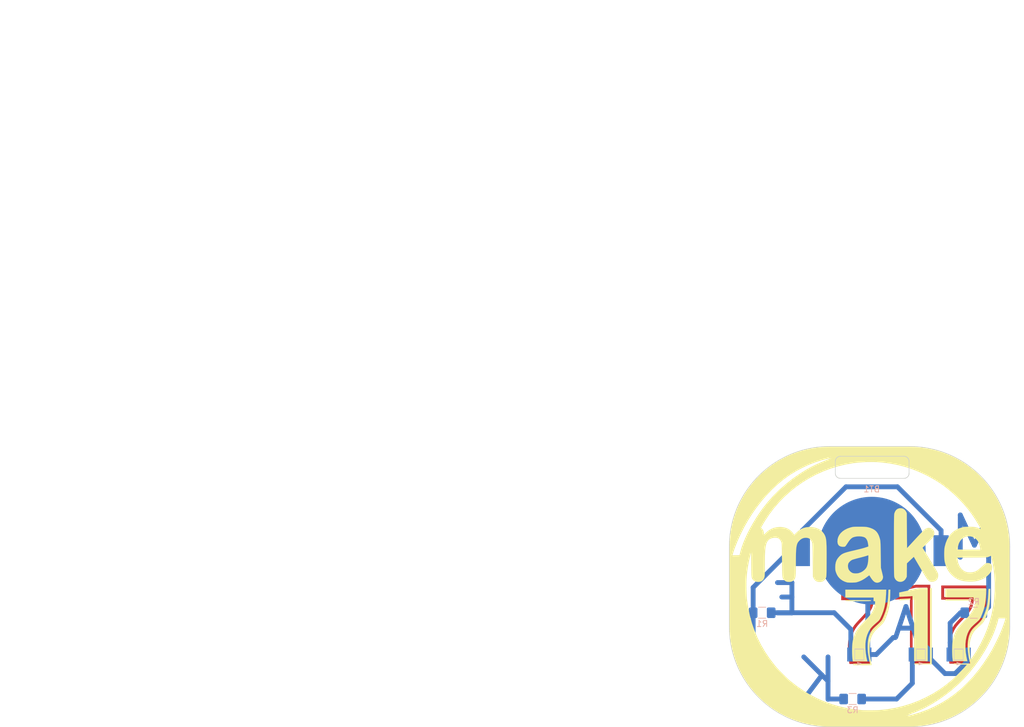
<source format=kicad_pcb>
(kicad_pcb (version 20171130) (host pcbnew "(5.1.5)-3")

  (general
    (thickness 1.6)
    (drawings 346)
    (tracks 40)
    (zones 0)
    (modules 11)
    (nets 6)
  )

  (page A4)
  (layers
    (0 F.Cu signal)
    (31 B.Cu signal)
    (32 B.Adhes user)
    (33 F.Adhes user)
    (34 B.Paste user)
    (35 F.Paste user)
    (36 B.SilkS user)
    (37 F.SilkS user hide)
    (38 B.Mask user)
    (39 F.Mask user)
    (40 Dwgs.User user)
    (41 Cmts.User user)
    (42 Eco1.User user)
    (43 Eco2.User user)
    (44 Edge.Cuts user)
    (45 Margin user)
    (46 B.CrtYd user)
    (47 F.CrtYd user)
    (48 B.Fab user)
    (49 F.Fab user)
  )

  (setup
    (last_trace_width 0.25)
    (user_trace_width 0.8)
    (trace_clearance 0.2)
    (zone_clearance 0.508)
    (zone_45_only no)
    (trace_min 0.2)
    (via_size 0.6)
    (via_drill 0.4)
    (via_min_size 0.4)
    (via_min_drill 0.3)
    (uvia_size 0.3)
    (uvia_drill 0.1)
    (uvias_allowed no)
    (uvia_min_size 0.2)
    (uvia_min_drill 0.1)
    (edge_width 0.15)
    (segment_width 0.2)
    (pcb_text_width 0.3)
    (pcb_text_size 1.5 1.5)
    (mod_edge_width 0.15)
    (mod_text_size 1 1)
    (mod_text_width 0.15)
    (pad_size 1.524 1.524)
    (pad_drill 0.762)
    (pad_to_mask_clearance 0.2)
    (aux_axis_origin 0 0)
    (visible_elements 7FFFFFFF)
    (pcbplotparams
      (layerselection 0x010f0_80000001)
      (usegerberextensions false)
      (usegerberattributes false)
      (usegerberadvancedattributes false)
      (creategerberjobfile false)
      (excludeedgelayer true)
      (linewidth 0.100000)
      (plotframeref false)
      (viasonmask false)
      (mode 1)
      (useauxorigin false)
      (hpglpennumber 1)
      (hpglpenspeed 20)
      (hpglpendiameter 15.000000)
      (psnegative false)
      (psa4output false)
      (plotreference true)
      (plotvalue true)
      (plotinvisibletext false)
      (padsonsilk false)
      (subtractmaskfromsilk false)
      (outputformat 1)
      (mirror false)
      (drillshape 1)
      (scaleselection 1)
      (outputdirectory "gerbers/"))
  )

  (net 0 "")
  (net 1 GND)
  (net 2 "Net-(BT1-Pad1)")
  (net 3 "Net-(D1-Pad2)")
  (net 4 "Net-(D2-Pad2)")
  (net 5 "Net-(D3-Pad2)")

  (net_class Default "This is the default net class."
    (clearance 0.2)
    (trace_width 0.25)
    (via_dia 0.6)
    (via_drill 0.4)
    (uvia_dia 0.3)
    (uvia_drill 0.1)
    (add_net GND)
    (add_net "Net-(BT1-Pad1)")
    (add_net "Net-(D1-Pad2)")
    (add_net "Net-(D2-Pad2)")
    (add_net "Net-(D3-Pad2)")
  )

  (module Make717-kicad-inverted:F.SilkNew (layer F.Cu) (tedit 0) (tstamp 5E366396)
    (at 166 70.2)
    (fp_text reference G*** (at 0 0) (layer F.SilkS) hide
      (effects (font (size 1.524 1.524) (thickness 0.3)))
    )
    (fp_text value LOGO (at 0.75 0) (layer F.SilkS) hide
      (effects (font (size 1.524 1.524) (thickness 0.3)))
    )
    (fp_poly (pts (xy -19.743777 12.408776) (xy -19.505875 12.553053) (xy -19.313999 12.762129) (xy -19.234538 12.898001)
      (xy -19.1135 13.1445) (xy -19.092333 16.035589) (xy -19.071166 18.926677) (xy -17.7165 17.457214)
      (xy -17.435707 17.153881) (xy -17.1659 16.864803) (xy -16.913792 16.597004) (xy -16.686096 16.357512)
      (xy -16.489525 16.15335) (xy -16.330792 15.991546) (xy -16.216611 15.879125) (xy -16.158776 15.826987)
      (xy -15.909914 15.672916) (xy -15.657537 15.592561) (xy -15.410834 15.579072) (xy -15.17899 15.625598)
      (xy -14.971194 15.72529) (xy -14.796633 15.871297) (xy -14.664493 16.056769) (xy -14.583963 16.274855)
      (xy -14.564228 16.518705) (xy -14.614477 16.781468) (xy -14.675833 16.932726) (xy -14.725462 17.020108)
      (xy -14.799118 17.122794) (xy -14.903549 17.248287) (xy -15.045502 17.404092) (xy -15.231725 17.597716)
      (xy -15.468966 17.836662) (xy -15.649389 18.015555) (xy -16.509778 18.864942) (xy -15.403934 20.661388)
      (xy -15.111514 21.136706) (xy -14.860469 21.545856) (xy -14.647648 21.894682) (xy -14.469897 22.189026)
      (xy -14.324063 22.434732) (xy -14.206996 22.637645) (xy -14.115541 22.803607) (xy -14.046547 22.938462)
      (xy -13.996862 23.048054) (xy -13.963332 23.138226) (xy -13.942806 23.214823) (xy -13.93213 23.283687)
      (xy -13.928153 23.350662) (xy -13.927666 23.397907) (xy -13.960966 23.720916) (xy -14.057945 23.993381)
      (xy -14.214224 24.210614) (xy -14.425424 24.367928) (xy -14.687166 24.460634) (xy -14.943286 24.485147)
      (xy -15.059078 24.482876) (xy -15.163311 24.473558) (xy -15.260093 24.452164) (xy -15.353532 24.413664)
      (xy -15.447739 24.353031) (xy -15.546821 24.265235) (xy -15.654888 24.145248) (xy -15.776048 23.988039)
      (xy -15.914409 23.788581) (xy -16.074082 23.541843) (xy -16.259174 23.242798) (xy -16.473794 22.886416)
      (xy -16.722051 22.467668) (xy -17.008055 21.981526) (xy -17.057239 21.897755) (xy -17.957621 20.364011)
      (xy -18.52247 20.900059) (xy -19.087319 21.436108) (xy -19.100409 22.539637) (xy -19.1135 23.643167)
      (xy -19.232158 23.884802) (xy -19.397074 24.134484) (xy -19.610855 24.32429) (xy -19.860962 24.448056)
      (xy -20.134854 24.49962) (xy -20.419992 24.47282) (xy -20.425833 24.471416) (xy -20.688992 24.365779)
      (xy -20.907055 24.191208) (xy -21.073507 23.954137) (xy -21.157537 23.749) (xy -21.168512 23.709104)
      (xy -21.178331 23.660529) (xy -21.187055 23.598624) (xy -21.194751 23.518741) (xy -21.201481 23.41623)
      (xy -21.207309 23.28644) (xy -21.2123 23.124724) (xy -21.216516 22.92643) (xy -21.220022 22.686909)
      (xy -21.222882 22.401512) (xy -21.225159 22.065588) (xy -21.226917 21.674489) (xy -21.22822 21.223565)
      (xy -21.229132 20.708166) (xy -21.229717 20.123642) (xy -21.230038 19.465343) (xy -21.230159 18.728621)
      (xy -21.230166 18.457334) (xy -21.230113 17.694487) (xy -21.229906 17.011623) (xy -21.229479 16.404058)
      (xy -21.228763 15.867105) (xy -21.227692 15.396083) (xy -21.226197 14.986305) (xy -21.224211 14.633088)
      (xy -21.221666 14.331748) (xy -21.218495 14.0776) (xy -21.214629 13.865959) (xy -21.210002 13.692143)
      (xy -21.204545 13.551465) (xy -21.198191 13.439242) (xy -21.190872 13.350791) (xy -21.18252 13.281425)
      (xy -21.173069 13.226461) (xy -21.162449 13.181216) (xy -21.153504 13.150278) (xy -21.026862 12.843678)
      (xy -20.857875 12.609653) (xy -20.644697 12.446426) (xy -20.385482 12.352221) (xy -20.310915 12.338901)
      (xy -20.01602 12.335368) (xy -19.743777 12.408776)) (layer F.SilkS) (width 0.01))
    (fp_poly (pts (xy -26.580992 15.391737) (xy -26.264863 15.398214) (xy -26.00257 15.411878) (xy -25.778739 15.434489)
      (xy -25.577994 15.467809) (xy -25.384958 15.513597) (xy -25.184259 15.573613) (xy -25.086981 15.605856)
      (xy -24.71209 15.760381) (xy -24.395078 15.953887) (xy -24.129773 16.193975) (xy -23.910006 16.488247)
      (xy -23.729604 16.844304) (xy -23.582398 17.269747) (xy -23.51063 17.54771) (xy -23.494414 17.630293)
      (xy -23.480329 17.733538) (xy -23.468079 17.86479) (xy -23.45737 18.031394) (xy -23.447906 18.240695)
      (xy -23.439393 18.500038) (xy -23.431534 18.816768) (xy -23.424036 19.198231) (xy -23.416604 19.651771)
      (xy -23.411175 20.023667) (xy -23.380536 22.203834) (xy -23.205075 22.902334) (xy -23.146671 23.140585)
      (xy -23.096485 23.356284) (xy -23.058024 23.533461) (xy -23.034796 23.656146) (xy -23.029474 23.701755)
      (xy -23.069051 23.952018) (xy -23.179821 24.18103) (xy -23.348768 24.376339) (xy -23.562876 24.525494)
      (xy -23.809131 24.616041) (xy -24.008077 24.638) (xy -24.204883 24.613785) (xy -24.392628 24.537155)
      (xy -24.578294 24.402135) (xy -24.768859 24.202748) (xy -24.971307 23.933019) (xy -25.145425 23.664334)
      (xy -25.220251 23.543076) (xy -25.27494 23.454527) (xy -25.296755 23.4193) (xy -25.331362 23.438077)
      (xy -25.419094 23.498356) (xy -25.545842 23.590183) (xy -25.666323 23.680028) (xy -26.056131 23.956737)
      (xy -26.419244 24.175893) (xy -26.777233 24.349508) (xy -27.072166 24.462901) (xy -27.243442 24.520316)
      (xy -27.383981 24.560808) (xy -27.516173 24.587734) (xy -27.662408 24.604452) (xy -27.845074 24.614318)
      (xy -28.086561 24.620689) (xy -28.1305 24.621575) (xy -28.369098 24.623628) (xy -28.591398 24.620697)
      (xy -28.777102 24.61339) (xy -28.905915 24.602316) (xy -28.934833 24.597443) (xy -29.329177 24.476511)
      (xy -29.70587 24.293605) (xy -30.042708 24.061255) (xy -30.27507 23.840993) (xy -30.462722 23.611258)
      (xy -30.609594 23.377823) (xy -30.733514 23.109628) (xy -30.804355 22.91885) (xy -30.856334 22.758482)
      (xy -30.89028 22.617677) (xy -30.909912 22.46961) (xy -30.918949 22.287462) (xy -30.92109 22.076834)
      (xy -30.915553 21.97308) (xy -28.825416 21.97308) (xy -28.786836 22.232139) (xy -28.707374 22.456177)
      (xy -28.687777 22.492138) (xy -28.52854 22.705455) (xy -28.327754 22.887515) (xy -28.110803 23.016958)
      (xy -28.025963 23.048979) (xy -27.784328 23.096) (xy -27.501747 23.108145) (xy -27.214429 23.085407)
      (xy -27.031592 23.04918) (xy -26.685062 22.923851) (xy -26.361369 22.739913) (xy -26.077002 22.510033)
      (xy -25.848447 22.246879) (xy -25.730434 22.049527) (xy -25.664137 21.887772) (xy -25.599778 21.687496)
      (xy -25.55429 21.505334) (xy -25.527617 21.347845) (xy -25.503184 21.153732) (xy -25.481984 20.939053)
      (xy -25.46501 20.719868) (xy -25.453256 20.512237) (xy -25.447713 20.332218) (xy -25.449377 20.195872)
      (xy -25.459239 20.119257) (xy -25.467897 20.108355) (xy -25.52623 20.122399) (xy -25.634812 20.158391)
      (xy -25.7175 20.188701) (xy -25.817714 20.221476) (xy -25.985933 20.270553) (xy -26.20794 20.332044)
      (xy -26.469514 20.40206) (xy -26.756439 20.476714) (xy -26.959217 20.528255) (xy -27.252391 20.603777)
      (xy -27.527119 20.677806) (xy -27.769831 20.74643) (xy -27.96696 20.805738) (xy -28.104938 20.851816)
      (xy -28.159342 20.874249) (xy -28.364067 21.005036) (xy -28.550938 21.171964) (xy -28.697435 21.352392)
      (xy -28.768868 21.487094) (xy -28.82035 21.7133) (xy -28.825416 21.97308) (xy -30.915553 21.97308)
      (xy -30.897394 21.632831) (xy -30.821322 21.244926) (xy -30.687267 20.898638) (xy -30.48962 20.579484)
      (xy -30.222775 20.272985) (xy -30.222375 20.272582) (xy -30.082698 20.139002) (xy -29.943852 20.023864)
      (xy -29.795865 19.923072) (xy -29.628766 19.832531) (xy -29.432584 19.748146) (xy -29.197349 19.665821)
      (xy -28.913089 19.581461) (xy -28.569833 19.490971) (xy -28.157611 19.390255) (xy -27.961166 19.343839)
      (xy -27.539063 19.24438) (xy -27.187198 19.160315) (xy -26.893222 19.0884) (xy -26.644784 19.025394)
      (xy -26.429532 18.968053) (xy -26.235117 18.913135) (xy -26.049186 18.857397) (xy -25.85939 18.797596)
      (xy -25.767994 18.768029) (xy -25.605722 18.713494) (xy -25.509218 18.673059) (xy -25.46332 18.63595)
      (xy -25.452865 18.591389) (xy -25.458837 18.5483) (xy -25.476383 18.441291) (xy -25.497476 18.292626)
      (xy -25.508692 18.205722) (xy -25.575781 17.868253) (xy -25.684903 17.579085) (xy -25.830818 17.348091)
      (xy -26.008285 17.18514) (xy -26.069202 17.149825) (xy -26.32601 17.055811) (xy -26.635842 16.998754)
      (xy -26.975734 16.978277) (xy -27.322719 16.994003) (xy -27.653831 17.045555) (xy -27.946105 17.132556)
      (xy -28.057445 17.182459) (xy -28.251115 17.310309) (xy -28.450253 17.501207) (xy -28.660192 17.761128)
      (xy -28.886268 18.096043) (xy -28.916178 18.143881) (xy -29.069588 18.381507) (xy -29.190688 18.547035)
      (xy -29.283054 18.645046) (xy -29.331021 18.67537) (xy -29.429827 18.695239) (xy -29.579907 18.705403)
      (xy -29.742969 18.703841) (xy -30.025683 18.659288) (xy -30.247809 18.555685) (xy -30.410083 18.392289)
      (xy -30.513242 18.168361) (xy -30.55799 17.88381) (xy -30.537084 17.491515) (xy -30.436916 17.117182)
      (xy -30.261857 16.76559) (xy -30.016279 16.441518) (xy -29.704554 16.149746) (xy -29.331052 15.895054)
      (xy -28.900147 15.682222) (xy -28.416209 15.516029) (xy -28.384333 15.507307) (xy -28.244491 15.470735)
      (xy -28.121703 15.442885) (xy -28.001122 15.422535) (xy -27.867901 15.408464) (xy -27.707191 15.399452)
      (xy -27.504144 15.394277) (xy -27.243913 15.391718) (xy -26.966333 15.390687) (xy -26.580992 15.391737)) (layer F.SilkS) (width 0.01))
    (fp_poly (pts (xy -18.542 27.462946) (xy -19.166416 27.49109) (xy -19.416801 27.503259) (xy -19.664121 27.516825)
      (xy -19.883141 27.530304) (xy -20.048628 27.542215) (xy -20.076583 27.544587) (xy -20.22765 27.556702)
      (xy -20.3131 27.555804) (xy -20.351627 27.536627) (xy -20.361927 27.493905) (xy -20.362333 27.464105)
      (xy -20.35516 27.403647) (xy -20.320249 27.368346) (xy -20.237512 27.347404) (xy -20.118916 27.333273)
      (xy -19.989464 27.322579) (xy -19.797513 27.310017) (xy -19.565175 27.296888) (xy -19.314557 27.28449)
      (xy -19.20875 27.279796) (xy -18.542 27.251315) (xy -18.542 27.462946)) (layer F.SilkS) (width 0.01))
    (fp_poly (pts (xy -8.509 27.601334) (xy -12.742333 27.601334) (xy -12.742333 27.389667) (xy -8.509 27.389667)
      (xy -8.509 27.601334)) (layer F.SilkS) (width 0.01))
    (fp_poly (pts (xy -26.658325 27.516736) (xy -26.25874 27.517128) (xy -25.929999 27.51812) (xy -25.665191 27.519987)
      (xy -25.457406 27.523006) (xy -25.299732 27.527454) (xy -25.185258 27.533607) (xy -25.107073 27.541741)
      (xy -25.058267 27.552134) (xy -25.031927 27.56506) (xy -25.021143 27.580798) (xy -25.019004 27.599623)
      (xy -25.019 27.601334) (xy -25.020732 27.620427) (xy -25.030534 27.636411) (xy -25.055319 27.64956)
      (xy -25.101996 27.660153) (xy -25.177478 27.668464) (xy -25.288675 27.674771) (xy -25.442498 27.67935)
      (xy -25.645859 27.682477) (xy -25.905668 27.684429) (xy -26.228836 27.685483) (xy -26.622275 27.685914)
      (xy -27.092896 27.686) (xy -27.135666 27.686) (xy -27.613008 27.685931) (xy -28.012593 27.685539)
      (xy -28.341334 27.684547) (xy -28.606142 27.68268) (xy -28.813927 27.679661) (xy -28.971601 27.675213)
      (xy -29.086075 27.66906) (xy -29.16426 27.660926) (xy -29.213066 27.650533) (xy -29.239406 27.637607)
      (xy -29.25019 27.621869) (xy -29.252329 27.603044) (xy -29.252333 27.601334) (xy -29.250601 27.58224)
      (xy -29.240799 27.566256) (xy -29.216014 27.553107) (xy -29.169337 27.542514) (xy -29.093855 27.534203)
      (xy -28.982658 27.527896) (xy -28.828835 27.523317) (xy -28.625474 27.52019) (xy -28.365665 27.518238)
      (xy -28.042497 27.517184) (xy -27.649058 27.516753) (xy -27.178437 27.516667) (xy -27.135666 27.516667)
      (xy -26.658325 27.516736)) (layer F.SilkS) (width 0.01))
    (fp_poly (pts (xy -6.024093 26.44775) (xy -6.04997 27.010815) (xy -6.090482 27.50897) (xy -6.149119 27.961233)
      (xy -6.229371 28.386623) (xy -6.334724 28.80416) (xy -6.46867 29.232863) (xy -6.604597 29.612225)
      (xy -6.735395 29.952332) (xy -6.846846 30.222465) (xy -6.944148 30.433682) (xy -7.032499 30.597039)
      (xy -7.117095 30.723594) (xy -7.14181 30.755167) (xy -7.208392 30.825754) (xy -7.325879 30.938906)
      (xy -7.480843 31.082137) (xy -7.659861 31.242966) (xy -7.781186 31.349655) (xy -7.981892 31.529612)
      (xy -8.178881 31.715088) (xy -8.354642 31.888984) (xy -8.49166 32.034202) (xy -8.539985 32.090489)
      (xy -8.831323 32.513661) (xy -9.066765 32.996094) (xy -9.245658 33.532887) (xy -9.367349 34.119141)
      (xy -9.431186 34.749955) (xy -9.436516 35.420428) (xy -9.382687 36.125662) (xy -9.269044 36.860754)
      (xy -9.212235 37.136917) (xy -9.112475 37.592) (xy -11.505142 37.592) (xy -11.562821 37.158084)
      (xy -11.589067 36.898517) (xy -11.607874 36.58298) (xy -11.619374 36.228946) (xy -11.623698 35.853891)
      (xy -11.620976 35.475289) (xy -11.61134 35.110616) (xy -11.594922 34.777346) (xy -11.571852 34.492953)
      (xy -11.542262 34.274913) (xy -11.541135 34.268834) (xy -11.413821 33.712394) (xy -11.246357 33.20535)
      (xy -11.030835 32.732883) (xy -10.759344 32.280178) (xy -10.423976 31.832417) (xy -10.016822 31.374783)
      (xy -9.970657 31.326667) (xy -9.552719 30.889) (xy -9.193337 30.500737) (xy -8.888032 30.15476)
      (xy -8.632322 29.843949) (xy -8.421728 29.561186) (xy -8.251769 29.299354) (xy -8.117965 29.051333)
      (xy -8.015834 28.810005) (xy -7.940897 28.568252) (xy -7.888673 28.318954) (xy -7.854682 28.054995)
      (xy -7.845707 27.950584) (xy -7.819091 27.601334) (xy -8.085666 27.601334) (xy -8.085666 27.051)
      (xy -12.742333 27.051) (xy -12.742333 25.654) (xy -5.998084 25.654) (xy -6.024093 26.44775)) (layer F.SilkS) (width 0.01))
    (fp_poly (pts (xy -16.35125 25.526575) (xy -15.663333 25.527) (xy -15.663333 37.592) (xy -17.907 37.592)
      (xy -17.907 27.432) (xy -18.161 27.432) (xy -18.161 26.840632) (xy -18.404416 26.86178)
      (xy -18.516599 26.870154) (xy -18.689945 26.881442) (xy -18.9079 26.894725) (xy -19.153909 26.909081)
      (xy -19.411416 26.92359) (xy -19.663867 26.937333) (xy -19.894707 26.949389) (xy -20.08738 26.958836)
      (xy -20.225332 26.964756) (xy -20.285135 26.966334) (xy -20.32314 26.957478) (xy -20.346238 26.91996)
      (xy -20.358018 26.837355) (xy -20.362071 26.693238) (xy -20.362333 26.613175) (xy -20.362333 26.260016)
      (xy -18.70075 25.893083) (xy -17.039166 25.52615) (xy -16.35125 25.526575)) (layer F.SilkS) (width 0.01))
    (fp_poly (pts (xy -22.534398 26.532417) (xy -22.581403 27.302718) (xy -22.668032 28.010817) (xy -22.79763 28.671011)
      (xy -22.973541 29.297598) (xy -23.199112 29.904876) (xy -23.452666 30.457396) (xy -23.533044 30.613319)
      (xy -23.605786 30.736015) (xy -23.685551 30.842972) (xy -23.786999 30.95168) (xy -23.924791 31.079629)
      (xy -24.108833 31.240212) (xy -24.301688 31.408895) (xy -24.495566 31.582704) (xy -24.669566 31.742645)
      (xy -24.802789 31.869723) (xy -24.817459 31.884272) (xy -25.143076 32.267871) (xy -25.418149 32.715723)
      (xy -25.64025 33.222414) (xy -25.806953 33.782532) (xy -25.905126 34.309765) (xy -25.944183 34.743825)
      (xy -25.951355 35.234673) (xy -25.92798 35.76122) (xy -25.875395 36.302379) (xy -25.794937 36.837061)
      (xy -25.721799 37.200417) (xy -25.624165 37.634334) (xy -28.015244 37.634334) (xy -28.039849 37.49675)
      (xy -28.085408 37.17221) (xy -28.118281 36.791705) (xy -28.138539 36.373858) (xy -28.146253 35.937291)
      (xy -28.141495 35.500628) (xy -28.124334 35.082489) (xy -28.094844 34.701499) (xy -28.053094 34.376279)
      (xy -28.027396 34.239243) (xy -27.926233 33.819524) (xy -27.808595 33.438928) (xy -27.66739 33.085338)
      (xy -27.49553 32.746636) (xy -27.285924 32.410705) (xy -27.031484 32.065427) (xy -26.72512 31.698685)
      (xy -26.359741 31.298362) (xy -26.222284 31.153985) (xy -25.865689 30.778313) (xy -25.565349 30.451378)
      (xy -25.314916 30.164909) (xy -25.108046 29.910638) (xy -24.938393 29.680294) (xy -24.799611 29.465609)
      (xy -24.685353 29.258313) (xy -24.589275 29.050136) (xy -24.56771 28.997873) (xy -24.483139 28.747008)
      (xy -24.412352 28.459238) (xy -24.36279 28.170904) (xy -24.341895 27.91835) (xy -24.341666 27.893943)
      (xy -24.344578 27.77005) (xy -24.362283 27.708784) (xy -24.408234 27.688114) (xy -24.468666 27.686)
      (xy -24.595666 27.686) (xy -24.595666 27.093334) (xy -29.252333 27.093334) (xy -29.252333 25.781)
      (xy -22.508012 25.781) (xy -22.534398 26.532417)) (layer F.SilkS) (width 0.01))
    (fp_poly (pts (xy -14.986 38.142334) (xy -16.4465 38.142334) (xy -16.836314 38.142204) (xy -17.149779 38.141493)
      (xy -17.395212 38.13972) (xy -17.580931 38.136401) (xy -17.715251 38.131055) (xy -17.806492 38.1232)
      (xy -17.86297 38.112353) (xy -17.893002 38.098032) (xy -17.904906 38.079755) (xy -17.907 38.057667)
      (xy -17.904586 38.033959) (xy -17.891497 38.015147) (xy -17.85896 38.000666) (xy -17.798201 37.989949)
      (xy -17.700447 37.98243) (xy -17.556926 37.977544) (xy -17.358865 37.974724) (xy -17.09749 37.973405)
      (xy -16.764029 37.973019) (xy -16.594666 37.973) (xy -15.282333 37.973) (xy -15.282333 25.527)
      (xy -14.986 25.527) (xy -14.986 38.142334)) (layer F.SilkS) (width 0.01))
    (fp_poly (pts (xy -21.857532 26.76525) (xy -21.879753 27.344799) (xy -21.915121 27.856952) (xy -21.966592 28.318365)
      (xy -22.037119 28.745693) (xy -22.129657 29.155592) (xy -22.24716 29.564717) (xy -22.392583 29.989723)
      (xy -22.462706 30.176991) (xy -22.569545 30.454243) (xy -22.662375 30.684089) (xy -22.749438 30.877693)
      (xy -22.838981 31.046215) (xy -22.939249 31.20082) (xy -23.058485 31.352669) (xy -23.204934 31.512924)
      (xy -23.386842 31.692749) (xy -23.612453 31.903305) (xy -23.890013 32.155756) (xy -23.993119 32.248992)
      (xy -24.349616 32.611901) (xy -24.639536 33.000293) (xy -24.870556 33.427681) (xy -25.050353 33.907579)
      (xy -25.151057 34.287301) (xy -25.195988 34.543889) (xy -25.230697 34.861534) (xy -25.254295 35.217141)
      (xy -25.265896 35.587619) (xy -25.26461 35.949871) (xy -25.24955 36.280805) (xy -25.234187 36.449)
      (xy -25.210977 36.624992) (xy -25.17703 36.845576) (xy -25.135487 37.093786) (xy -25.08949 37.352653)
      (xy -25.042181 37.605211) (xy -24.996701 37.834493) (xy -24.956191 38.023531) (xy -24.923794 38.155358)
      (xy -24.910388 38.197808) (xy -24.908124 38.216557) (xy -24.922448 38.231727) (xy -24.96125 38.243692)
      (xy -25.032418 38.25283) (xy -25.143841 38.259515) (xy -25.303409 38.264124) (xy -25.519009 38.267032)
      (xy -25.79853 38.268616) (xy -26.149862 38.269251) (xy -26.411471 38.269334) (xy -27.94 38.269334)
      (xy -27.94 38.015334) (xy -25.150404 38.015334) (xy -25.189949 37.898917) (xy -25.225161 37.774731)
      (xy -25.270121 37.585881) (xy -25.320991 37.351275) (xy -25.373937 37.089818) (xy -25.425121 36.820416)
      (xy -25.470709 36.561977) (xy -25.505017 36.346027) (xy -25.535949 36.074108) (xy -25.558446 35.747821)
      (xy -25.570735 35.397201) (xy -25.572498 35.203027) (xy -25.557805 34.671339) (xy -25.512553 34.202747)
      (xy -25.433329 33.78015) (xy -25.316722 33.386446) (xy -25.159319 33.004535) (xy -25.115803 32.914167)
      (xy -24.975253 32.657416) (xy -24.814914 32.423957) (xy -24.619919 32.195683) (xy -24.3754 31.954487)
      (xy -24.195405 31.793128) (xy -23.838075 31.470541) (xy -23.552892 31.189195) (xy -23.33873 30.947906)
      (xy -23.194463 30.745492) (xy -23.187681 30.734) (xy -23.133292 30.628068) (xy -23.056719 30.462075)
      (xy -22.966308 30.254928) (xy -22.870408 30.025534) (xy -22.82149 29.904604) (xy -22.63831 29.416136)
      (xy -22.491965 28.95301) (xy -22.378096 28.494224) (xy -22.292342 28.018774) (xy -22.230344 27.505659)
      (xy -22.187742 26.933875) (xy -22.181786 26.82289) (xy -22.169052 26.566627) (xy -22.157917 26.330792)
      (xy -22.149124 26.132047) (xy -22.143413 25.987053) (xy -22.141538 25.918584) (xy -22.133848 25.827605)
      (xy -22.095904 25.789288) (xy -22.002121 25.781042) (xy -21.985706 25.781) (xy -21.831079 25.781)
      (xy -21.857532 26.76525)) (layer F.SilkS) (width 0.01))
    (fp_poly (pts (xy -26.700369 2.137757) (xy -25.761041 2.137823) (xy -25.315333 2.137834) (xy -24.311554 2.137945)
      (xy -23.389085 2.138295) (xy -22.544568 2.138906) (xy -21.774646 2.139799) (xy -21.075963 2.140999)
      (xy -20.445162 2.142527) (xy -19.878885 2.144407) (xy -19.373776 2.146659) (xy -18.926477 2.149308)
      (xy -18.533632 2.152376) (xy -18.191883 2.155885) (xy -17.897875 2.159857) (xy -17.648249 2.164316)
      (xy -17.439649 2.169283) (xy -17.268717 2.174782) (xy -17.132098 2.180835) (xy -17.026433 2.187465)
      (xy -16.9545 2.194001) (xy -15.75881 2.367313) (xy -14.592637 2.619008) (xy -13.458267 2.947971)
      (xy -12.357986 3.353087) (xy -11.294081 3.833243) (xy -10.268837 4.387324) (xy -9.284541 5.014216)
      (xy -8.343479 5.712804) (xy -7.447937 6.481974) (xy -6.741849 7.17215) (xy -5.941206 8.060168)
      (xy -5.214728 8.989004) (xy -4.562409 9.958675) (xy -3.98424 10.969199) (xy -3.480213 12.020593)
      (xy -3.050319 13.112874) (xy -2.694551 14.24606) (xy -2.4129 15.420168) (xy -2.205358 16.635215)
      (xy -2.174412 16.869834) (xy -2.164906 16.950432) (xy -2.156208 17.03718) (xy -2.14827 17.134089)
      (xy -2.141048 17.24517) (xy -2.134496 17.374436) (xy -2.128567 17.525898) (xy -2.123217 17.703569)
      (xy -2.118398 17.91146) (xy -2.114066 18.153584) (xy -2.110174 18.433951) (xy -2.106677 18.756575)
      (xy -2.103528 19.125467) (xy -2.100683 19.544638) (xy -2.098095 20.018102) (xy -2.095717 20.549868)
      (xy -2.093506 21.143951) (xy -2.091414 21.804361) (xy -2.089396 22.53511) (xy -2.087406 23.340211)
      (xy -2.085398 24.223675) (xy -2.084226 24.765) (xy -2.082156 25.854469) (xy -2.080785 26.860552)
      (xy -2.080117 27.78453) (xy -2.080159 28.62768) (xy -2.080913 29.391282) (xy -2.082387 30.076614)
      (xy -2.084583 30.684956) (xy -2.087509 31.217586) (xy -2.091167 31.675783) (xy -2.095564 32.060826)
      (xy -2.100704 32.373993) (xy -2.106593 32.616565) (xy -2.113234 32.789819) (xy -2.115437 32.8295)
      (xy -2.219417 33.966644) (xy -2.390392 35.059458) (xy -2.631258 36.118924) (xy -2.944906 37.156024)
      (xy -3.334231 38.181739) (xy -3.788544 39.1795) (xy -4.296297 40.140877) (xy -4.843736 41.037131)
      (xy -5.441031 41.882492) (xy -6.09835 42.691193) (xy -6.825862 43.477463) (xy -6.94666 43.59934)
      (xy -7.798025 44.392515) (xy -8.701123 45.122694) (xy -9.650808 45.787209) (xy -10.641935 46.383393)
      (xy -11.669358 46.908578) (xy -12.727933 47.360095) (xy -13.812514 47.735277) (xy -14.917955 48.031456)
      (xy -15.850327 48.215824) (xy -16.01754 48.243732) (xy -16.171004 48.269246) (xy -16.314975 48.292477)
      (xy -16.453706 48.313538) (xy -16.591453 48.33254) (xy -16.732471 48.349596) (xy -16.881015 48.364818)
      (xy -17.041339 48.378317) (xy -17.217698 48.390206) (xy -17.414348 48.400596) (xy -17.635542 48.4096)
      (xy -17.885536 48.41733) (xy -18.168586 48.423898) (xy -18.488944 48.429415) (xy -18.850867 48.433994)
      (xy -19.25861 48.437746) (xy -19.716427 48.440785) (xy -20.228573 48.443221) (xy -20.799302 48.445167)
      (xy -21.432871 48.446735) (xy -22.133533 48.448036) (xy -22.905544 48.449184) (xy -23.753158 48.450289)
      (xy -24.68063 48.451464) (xy -24.807333 48.451628) (xy -25.598005 48.452457) (xy -26.37217 48.452885)
      (xy -27.124996 48.452926) (xy -27.851655 48.452595) (xy -28.547317 48.451905) (xy -29.207152 48.450871)
      (xy -29.82633 48.449507) (xy -30.400021 48.447828) (xy -30.923396 48.445848) (xy -31.391624 48.443581)
      (xy -31.799877 48.441043) (xy -32.143323 48.438246) (xy -32.417134 48.435205) (xy -32.61648 48.431936)
      (xy -32.73653 48.428451) (xy -32.744833 48.428048) (xy -33.918982 48.324854) (xy -35.077294 48.138677)
      (xy -36.217388 47.870123) (xy -37.336881 47.5198) (xy -38.433392 47.088315) (xy -38.98003 46.838622)
      (xy -39.379551 46.630167) (xy -19.134666 46.630167) (xy -19.1135 46.651334) (xy -19.092333 46.630167)
      (xy -19.1135 46.609) (xy -19.134666 46.630167) (xy -39.379551 46.630167) (xy -39.443658 46.596718)
      (xy -19.05 46.596718) (xy -19.031791 46.607747) (xy -18.939206 46.597472) (xy -18.779416 46.567347)
      (xy -18.559596 46.518829) (xy -18.286918 46.453374) (xy -18.055166 46.394847) (xy -16.892725 46.053046)
      (xy -15.745128 45.630698) (xy -14.619229 45.131547) (xy -13.521883 44.559335) (xy -12.459944 43.917805)
      (xy -11.440266 43.2107) (xy -10.469703 42.441762) (xy -9.906 41.945132) (xy -8.983388 41.046142)
      (xy -8.093233 40.072521) (xy -7.239562 39.029389) (xy -6.4264 37.921867) (xy -5.657774 36.755074)
      (xy -5.125427 35.865896) (xy -4.933585 35.520616) (xy -4.719806 35.116367) (xy -4.493694 34.672756)
      (xy -4.264851 34.209387) (xy -4.042882 33.745864) (xy -3.83739 33.301793) (xy -3.657977 32.896778)
      (xy -3.575852 32.7025) (xy -3.468174 32.434872) (xy -3.354942 32.140414) (xy -3.241476 31.834246)
      (xy -3.133093 31.53149) (xy -3.035113 31.247265) (xy -2.952854 30.996693) (xy -2.891636 30.794892)
      (xy -2.857361 30.659917) (xy -2.829606 30.522334) (xy -3.401617 30.522334) (xy -3.633765 30.521363)
      (xy -3.795852 30.524291) (xy -3.902347 30.53988) (xy -3.967714 30.57689) (xy -4.006422 30.644083)
      (xy -4.032937 30.75022) (xy -4.061726 30.90406) (xy -4.065698 30.9245) (xy -4.10948 31.107227)
      (xy -4.179601 31.351622) (xy -4.27039 31.640969) (xy -4.37618 31.958554) (xy -4.491301 32.287661)
      (xy -4.610084 32.611574) (xy -4.726861 32.913578) (xy -4.80508 33.104667) (xy -4.977572 33.495608)
      (xy -5.185487 33.936833) (xy -5.418194 34.407579) (xy -5.665064 34.887082) (xy -5.915468 35.35458)
      (xy -6.158774 35.78931) (xy -6.322172 36.068) (xy -7.091059 37.278349) (xy -7.903319 38.418086)
      (xy -8.763196 39.491678) (xy -9.674933 40.503597) (xy -10.642772 41.45831) (xy -11.670958 42.360287)
      (xy -12.763733 43.213997) (xy -13.791548 43.935145) (xy -14.338891 44.293339) (xy -14.85141 44.612244)
      (xy -15.346843 44.901248) (xy -15.842929 45.16974) (xy -16.357404 45.427109) (xy -16.908007 45.682743)
      (xy -17.512476 45.946031) (xy -17.885833 46.102264) (xy -18.177221 46.223155) (xy -18.442645 46.334109)
      (xy -18.672161 46.430901) (xy -18.855825 46.509309) (xy -18.983691 46.565109) (xy -19.045817 46.594077)
      (xy -19.05 46.596718) (xy -39.443658 46.596718) (xy -40.042388 46.284324) (xy -41.051965 45.663929)
      (xy -42.007786 44.97831) (xy -42.908874 44.228336) (xy -43.754254 43.41488) (xy -44.542949 42.538812)
      (xy -45.273984 41.601003) (xy -45.922782 40.64) (xy -46.463163 39.706637) (xy -46.94771 38.719479)
      (xy -47.370928 37.692808) (xy -47.72732 36.640907) (xy -48.01139 35.578057) (xy -48.170906 34.798)
      (xy -48.199188 34.639367) (xy -48.225132 34.493497) (xy -48.248838 34.356346) (xy -48.270407 34.223867)
      (xy -48.28994 34.092015) (xy -48.307537 33.956744) (xy -48.3233 33.814007) (xy -48.337328 33.65976)
      (xy -48.349723 33.489956) (xy -48.360586 33.30055) (xy -48.370017 33.087496) (xy -48.378117 32.846748)
      (xy -48.384988 32.57426) (xy -48.390729 32.265986) (xy -48.395441 31.917881) (xy -48.399226 31.525898)
      (xy -48.402183 31.085993) (xy -48.404415 30.594118) (xy -48.406021 30.046229) (xy -48.407102 29.438279)
      (xy -48.40776 28.766224) (xy -48.408094 28.026016) (xy -48.408206 27.21361) (xy -48.408197 26.32496)
      (xy -48.408167 25.356021) (xy -48.408166 25.273) (xy -48.408181 24.87331) (xy -45.585678 24.87331)
      (xy -45.584376 25.313935) (xy -45.577577 25.765189) (xy -45.56559 26.209459) (xy -45.54872 26.629131)
      (xy -45.527276 27.006594) (xy -45.501564 27.324235) (xy -45.489989 27.432) (xy -45.292368 28.771492)
      (xy -45.019245 30.072869) (xy -44.670118 31.337296) (xy -44.244486 32.56594) (xy -43.741849 33.759966)
      (xy -43.161706 34.920542) (xy -42.503558 36.048832) (xy -41.766902 37.146003) (xy -40.951239 38.213221)
      (xy -40.764044 38.440624) (xy -40.514438 38.728296) (xy -40.215024 39.054424) (xy -39.88127 39.40354)
      (xy -39.528643 39.760178) (xy -39.172609 40.10887) (xy -38.828636 40.434149) (xy -38.512191 40.720549)
      (xy -38.313624 40.891045) (xy -37.251941 41.723976) (xy -36.158627 42.478441) (xy -35.03332 43.154588)
      (xy -33.875656 43.752563) (xy -32.685273 44.272514) (xy -31.461806 44.714588) (xy -30.204892 45.078931)
      (xy -28.914169 45.365691) (xy -27.589272 45.575014) (xy -26.458333 45.690442) (xy -26.285643 45.699496)
      (xy -26.044686 45.706075) (xy -25.751824 45.710257) (xy -25.423419 45.712119) (xy -25.075832 45.711738)
      (xy -24.725425 45.709191) (xy -24.388559 45.704555) (xy -24.081597 45.697909) (xy -23.820898 45.689329)
      (xy -23.622826 45.678892) (xy -23.596397 45.676926) (xy -22.270189 45.530847) (xy -20.967037 45.304319)
      (xy -19.689585 44.998458) (xy -18.440477 44.614377) (xy -17.222355 44.153189) (xy -16.037863 43.616008)
      (xy -14.889646 43.003948) (xy -13.780345 42.318123) (xy -12.712605 41.559645) (xy -11.689069 40.72963)
      (xy -11.535833 40.59578) (xy -11.266263 40.350672) (xy -10.964418 40.063839) (xy -10.646288 39.751441)
      (xy -10.327863 39.429641) (xy -10.02513 39.114601) (xy -9.754079 38.822484) (xy -9.530699 38.569451)
      (xy -9.527479 38.565667) (xy -9.185549 38.1635) (xy -10.307775 38.152225) (xy -10.644735 38.148616)
      (xy -10.90651 38.144842) (xy -11.102577 38.140098) (xy -11.242414 38.133579) (xy -11.335499 38.124483)
      (xy -11.391311 38.112003) (xy -11.419328 38.095335) (xy -11.429027 38.073676) (xy -11.43 38.056975)
      (xy -11.427558 38.034065) (xy -11.414552 38.015752) (xy -11.382461 38.00152) (xy -11.322767 37.990857)
      (xy -11.226949 37.983247) (xy -11.086487 37.978177) (xy -10.892861 37.975132) (xy -10.637552 37.973597)
      (xy -10.312039 37.973059) (xy -10.038877 37.973) (xy -8.647754 37.973) (xy -8.769281 37.475584)
      (xy -8.911982 36.796447) (xy -9.007987 36.125155) (xy -9.057155 35.472539) (xy -9.059347 34.84943)
      (xy -9.014422 34.266659) (xy -8.922237 33.735057) (xy -8.822545 33.378077) (xy -8.670348 32.979746)
      (xy -8.494218 32.640692) (xy -8.278016 32.336417) (xy -8.005603 32.042426) (xy -7.843179 31.891547)
      (xy -7.537645 31.616453) (xy -7.287648 31.383355) (xy -7.083982 31.179687) (xy -6.917443 30.992883)
      (xy -6.778823 30.810378) (xy -6.658918 30.619607) (xy -6.548522 30.408003) (xy -6.43843 30.163001)
      (xy -6.319436 29.872036) (xy -6.267698 29.741018) (xy -6.115414 29.330529) (xy -5.990781 28.939404)
      (xy -5.890518 28.550662) (xy -5.811347 28.147324) (xy -5.749986 27.712407) (xy -5.703157 27.228932)
      (xy -5.667579 26.679918) (xy -5.664328 26.617084) (xy -5.615524 25.654) (xy -5.321164 25.654)
      (xy -5.347446 26.659417) (xy -5.369114 27.2393) (xy -5.403626 27.75109) (xy -5.453802 28.210766)
      (xy -5.522464 28.634308) (xy -5.612433 29.037694) (xy -5.72653 29.436904) (xy -5.867577 29.847915)
      (xy -5.947783 30.059488) (xy -6.079952 30.394323) (xy -6.193499 30.664421) (xy -6.298644 30.884648)
      (xy -6.405605 31.069869) (xy -6.524602 31.23495) (xy -6.665853 31.394758) (xy -6.839579 31.564157)
      (xy -7.055998 31.758014) (xy -7.203404 31.886042) (xy -7.543048 32.193522) (xy -7.818623 32.477913)
      (xy -8.041223 32.755099) (xy -8.221943 33.040961) (xy -8.371879 33.351383) (xy -8.502124 33.702246)
      (xy -8.527839 33.782) (xy -8.633124 34.168173) (xy -8.70444 34.560547) (xy -8.744321 34.98071)
      (xy -8.755299 35.450251) (xy -8.751388 35.687) (xy -8.740993 35.933662) (xy -8.723542 36.194308)
      (xy -8.700676 36.455378) (xy -8.674039 36.703312) (xy -8.645272 36.924549) (xy -8.616019 37.105528)
      (xy -8.587921 37.232688) (xy -8.56262 37.292468) (xy -8.556605 37.2953) (xy -8.518427 37.260806)
      (xy -8.442579 37.164664) (xy -8.336018 37.017177) (xy -8.205701 36.828648) (xy -8.058586 36.60938)
      (xy -7.90163 36.369676) (xy -7.74179 36.119839) (xy -7.586022 35.870171) (xy -7.508858 35.743692)
      (xy -6.872916 34.611486) (xy -6.313218 33.446009) (xy -5.830414 32.25142) (xy -5.425155 31.031876)
      (xy -5.098093 29.791533) (xy -4.849877 28.534551) (xy -4.681159 27.265086) (xy -4.592589 25.987296)
      (xy -4.584819 24.705339) (xy -4.658498 23.423371) (xy -4.814278 22.145552) (xy -5.052809 20.876038)
      (xy -5.129608 20.543054) (xy -5.174514 20.362673) (xy -5.207895 20.252667) (xy -5.235745 20.20058)
      (xy -5.264059 20.193952) (xy -5.289222 20.211335) (xy -5.361608 20.255386) (xy -5.486723 20.313089)
      (xy -5.630333 20.369281) (xy -5.689764 20.39022) (xy -5.746998 20.40801) (xy -5.809221 20.422948)
      (xy -5.88362 20.43533) (xy -5.977383 20.445453) (xy -6.097695 20.453614) (xy -6.251743 20.46011)
      (xy -6.446715 20.465238) (xy -6.689797 20.469294) (xy -6.988175 20.472576) (xy -7.349037 20.475381)
      (xy -7.779568 20.478005) (xy -8.286957 20.480745) (xy -8.334719 20.480997) (xy -10.763937 20.493828)
      (xy -10.734956 20.819664) (xy -10.665581 21.229082) (xy -10.536023 21.624992) (xy -10.354668 21.989507)
      (xy -10.129904 22.304741) (xy -9.954759 22.483406) (xy -9.665721 22.697754) (xy -9.358568 22.841766)
      (xy -9.018956 22.920058) (xy -8.63254 22.937243) (xy -8.554079 22.934056) (xy -8.278074 22.907891)
      (xy -8.027063 22.855551) (xy -7.788387 22.770347) (xy -7.549393 22.645588) (xy -7.297423 22.474584)
      (xy -7.019821 22.250646) (xy -6.703933 21.967083) (xy -6.676608 21.941601) (xy -6.499578 21.78086)
      (xy -6.331853 21.637088) (xy -6.188411 21.522524) (xy -6.084227 21.449406) (xy -6.055028 21.433668)
      (xy -5.88991 21.391628) (xy -5.693463 21.384691) (xy -5.499362 21.410352) (xy -5.341282 21.466106)
      (xy -5.304297 21.489525) (xy -5.1584 21.617107) (xy -5.07004 21.7505) (xy -5.027126 21.915913)
      (xy -5.017364 22.111688) (xy -5.024433 22.293226) (xy -5.050859 22.440371) (xy -5.106285 22.593478)
      (xy -5.160755 22.711834) (xy -5.309612 22.958896) (xy -5.518234 23.219048) (xy -5.767837 23.473777)
      (xy -6.039639 23.704574) (xy -6.314855 23.892926) (xy -6.41687 23.94975) (xy -6.883941 24.16319)
      (xy -7.351829 24.316693) (xy -7.838467 24.413912) (xy -8.361789 24.458505) (xy -8.899557 24.455852)
      (xy -9.493083 24.406618) (xy -10.025095 24.307576) (xy -10.504959 24.155227) (xy -10.942043 23.946068)
      (xy -11.345713 23.676598) (xy -11.62925 23.435536) (xy -11.992582 23.05058) (xy -12.294589 22.626691)
      (xy -12.540084 22.154922) (xy -12.733882 21.626328) (xy -12.854606 21.158034) (xy -12.889529 20.936924)
      (xy -12.914923 20.652471) (xy -12.930761 20.325154) (xy -12.937013 19.97545) (xy -12.933652 19.623838)
      (xy -12.920649 19.290799) (xy -12.908896 19.138391) (xy -10.752666 19.138391) (xy -10.711428 19.147155)
      (xy -10.592089 19.155053) (xy -10.401211 19.161949) (xy -10.145355 19.167709) (xy -9.831085 19.172201)
      (xy -9.464963 19.175289) (xy -9.05355 19.176839) (xy -8.862803 19.177) (xy -6.972939 19.177)
      (xy -6.99902 18.933584) (xy -7.08063 18.475787) (xy -7.219274 18.071477) (xy -7.411036 17.724286)
      (xy -7.652002 17.437848) (xy -7.938256 17.215795) (xy -8.265883 17.06176) (xy -8.630967 16.979376)
      (xy -9.029593 16.972276) (xy -9.105196 16.979338) (xy -9.442775 17.057832) (xy -9.757352 17.211888)
      (xy -10.039745 17.433536) (xy -10.280775 17.714808) (xy -10.47126 18.047732) (xy -10.543579 18.227918)
      (xy -10.58649 18.366604) (xy -10.63372 18.543911) (xy -10.6796 18.735152) (xy -10.71846 18.91564)
      (xy -10.744631 19.060688) (xy -10.752666 19.138391) (xy -12.908896 19.138391) (xy -12.897976 18.996809)
      (xy -12.865606 18.762349) (xy -12.857962 18.724387) (xy -12.688432 18.096831) (xy -12.464627 17.534154)
      (xy -12.186137 17.035917) (xy -11.852557 16.601678) (xy -11.463476 16.230996) (xy -11.018489 15.923431)
      (xy -10.517186 15.678543) (xy -9.959161 15.495891) (xy -9.8425 15.467207) (xy -9.684446 15.435279)
      (xy -9.516839 15.413073) (xy -9.321026 15.399288) (xy -9.078354 15.392619) (xy -8.770172 15.391764)
      (xy -8.763 15.391798) (xy -8.381167 15.399714) (xy -8.063736 15.421667) (xy -7.7911 15.46115)
      (xy -7.543654 15.521656) (xy -7.301791 15.606679) (xy -7.121975 15.684178) (xy -7.031806 15.725579)
      (xy -6.968168 15.750374) (xy -6.933145 15.75056) (xy -6.928824 15.718133) (xy -6.957289 15.64509)
      (xy -7.020625 15.523428) (xy -7.120918 15.345143) (xy -7.260253 15.102231) (xy -7.284682 15.05967)
      (xy -7.844175 14.134213) (xy -8.427192 13.271301) (xy -9.047933 12.452426) (xy -9.720597 11.659077)
      (xy -10.459382 10.872746) (xy -10.622299 10.708727) (xy -11.416536 9.950032) (xy -12.209811 9.262799)
      (xy -13.018114 8.635536) (xy -13.857432 8.056753) (xy -14.743754 7.514959) (xy -15.69307 6.998662)
      (xy -16.002 6.842313) (xy -17.15138 6.310681) (xy -18.308853 5.857645) (xy -19.48255 5.480997)
      (xy -20.680604 5.178529) (xy -21.911147 4.948033) (xy -23.182312 4.7873) (xy -23.748363 4.738717)
      (xy -24.342118 4.708434) (xy -24.993417 4.699504) (xy -25.678111 4.711042) (xy -26.372049 4.742159)
      (xy -27.051082 4.791968) (xy -27.691061 4.859582) (xy -27.94 4.892734) (xy -29.224803 5.117809)
      (xy -30.485829 5.422469) (xy -31.719714 5.804433) (xy -32.923095 6.261417) (xy -34.092608 6.791139)
      (xy -35.224892 7.391317) (xy -36.316583 8.059668) (xy -37.364318 8.793909) (xy -38.364733 9.591759)
      (xy -39.314467 10.450933) (xy -40.210155 11.36915) (xy -41.048435 12.344128) (xy -41.825943 13.373583)
      (xy -42.539318 14.455234) (xy -42.881766 15.033971) (xy -43.178764 15.555554) (xy -43.011802 15.725861)
      (xy -42.839262 15.958992) (xy -42.740667 16.231906) (xy -42.714333 16.49757) (xy -42.714333 16.728495)
      (xy -42.395754 16.409915) (xy -41.987401 16.055854) (xy -41.550028 15.781329) (xy -41.083689 15.586362)
      (xy -40.588441 15.47097) (xy -40.064339 15.435175) (xy -39.701675 15.455262) (xy -39.377284 15.501667)
      (xy -39.096017 15.575779) (xy -38.817806 15.689562) (xy -38.671506 15.762873) (xy -38.475011 15.889293)
      (xy -38.2618 16.063994) (xy -38.057309 16.262992) (xy -37.88697 16.462304) (xy -37.809584 16.575654)
      (xy -37.709668 16.742834) (xy -37.343917 16.379837) (xy -36.954356 16.03718) (xy -36.553297 15.774779)
      (xy -36.131972 15.589526) (xy -35.681613 15.478316) (xy -35.193455 15.438041) (xy -34.741122 15.457361)
      (xy -34.25642 15.53738) (xy -33.818619 15.68265) (xy -33.431675 15.890764) (xy -33.099542 16.159317)
      (xy -32.826175 16.485901) (xy -32.695481 16.702139) (xy -32.630424 16.831571) (xy -32.573616 16.962927)
      (xy -32.524548 17.102559) (xy -32.482713 17.256819) (xy -32.447604 17.432056) (xy -32.418713 17.634623)
      (xy -32.395533 17.870872) (xy -32.377557 18.147153) (xy -32.364276 18.469818) (xy -32.355184 18.845218)
      (xy -32.349774 19.279704) (xy -32.347537 19.779629) (xy -32.347967 20.351343) (xy -32.350556 21.001197)
      (xy -32.350644 21.0185) (xy -32.353409 21.550194) (xy -32.356028 22.004055) (xy -32.358763 22.386918)
      (xy -32.361876 22.705617) (xy -32.36563 22.966984) (xy -32.370288 23.177854) (xy -32.37611 23.34506)
      (xy -32.383361 23.475436) (xy -32.392302 23.575816) (xy -32.403197 23.653033) (xy -32.416306 23.71392)
      (xy -32.431893 23.765312) (xy -32.45022 23.814043) (xy -32.458811 23.835393) (xy -32.588932 24.070802)
      (xy -32.767128 24.272767) (xy -32.972286 24.418705) (xy -33.029223 24.445433) (xy -33.175067 24.484303)
      (xy -33.371295 24.50658) (xy -33.49489 24.51007) (xy -33.803176 24.480976) (xy -34.055517 24.391969)
      (xy -34.26096 24.237399) (xy -34.428556 24.011614) (xy -34.493544 23.886324) (xy -34.6075 23.643167)
      (xy -34.634573 20.997334) (xy -34.641007 20.437876) (xy -34.648305 19.927787) (xy -34.656346 19.471874)
      (xy -34.665007 19.074947) (xy -34.674166 18.741813) (xy -34.683702 18.47728) (xy -34.693491 18.286158)
      (xy -34.703412 18.173253) (xy -34.706803 18.153493) (xy -34.809281 17.82609) (xy -34.952565 17.571628)
      (xy -35.14007 17.387086) (xy -35.375213 17.269442) (xy -35.661408 17.215674) (xy -35.771666 17.211402)
      (xy -36.09893 17.243221) (xy -36.393897 17.346543) (xy -36.667556 17.526285) (xy -36.843617 17.691032)
      (xy -37.003208 17.86883) (xy -37.113656 18.024186) (xy -37.192148 18.187281) (xy -37.255866 18.388296)
      (xy -37.268951 18.438044) (xy -37.30446 18.595028) (xy -37.334449 18.77219) (xy -37.359307 18.977192)
      (xy -37.379421 19.217693) (xy -37.395182 19.501353) (xy -37.406979 19.835831) (xy -37.415199 20.228788)
      (xy -37.420233 20.687883) (xy -37.422468 21.220777) (xy -37.422666 21.465402) (xy -37.423274 21.980885)
      (xy -37.425801 22.419256) (xy -37.431299 22.788065) (xy -37.440824 23.094864) (xy -37.455429 23.347201)
      (xy -37.476168 23.552628) (xy -37.504095 23.718695) (xy -37.540263 23.852952) (xy -37.585727 23.96295)
      (xy -37.64154 24.056239) (xy -37.708757 24.140369) (xy -37.788431 24.222891) (xy -37.81054 24.244271)
      (xy -37.991293 24.38417) (xy -38.193707 24.469004) (xy -38.440124 24.506545) (xy -38.57489 24.51007)
      (xy -38.851899 24.488263) (xy -39.074326 24.418918) (xy -39.26282 24.29334) (xy -39.383899 24.16935)
      (xy -39.441026 24.102263) (xy -39.490325 24.039788) (xy -39.532438 23.975405) (xy -39.56801 23.902599)
      (xy -39.597684 23.814853) (xy -39.622103 23.70565) (xy -39.641912 23.568473) (xy -39.657754 23.396805)
      (xy -39.670272 23.18413) (xy -39.68011 22.92393) (xy -39.687911 22.609689) (xy -39.694319 22.23489)
      (xy -39.699978 21.793016) (xy -39.705532 21.27755) (xy -39.709692 20.870334) (xy -39.716197 20.278586)
      (xy -39.72287 19.766865) (xy -39.729842 19.33053) (xy -39.737248 18.964939) (xy -39.745217 18.665452)
      (xy -39.753884 18.427429) (xy -39.76338 18.24623) (xy -39.773837 18.117213) (xy -39.785388 18.035737)
      (xy -39.791141 18.012834) (xy -39.918147 17.707139) (xy -40.08291 17.475276) (xy -40.289669 17.314705)
      (xy -40.542662 17.222887) (xy -40.846126 17.197281) (xy -41.113398 17.220582) (xy -41.469411 17.305262)
      (xy -41.763815 17.447331) (xy -41.998576 17.648264) (xy -42.175659 17.909531) (xy -42.245173 18.068574)
      (xy -42.308042 18.252729) (xy -42.361864 18.446415) (xy -42.407274 18.657364) (xy -42.444909 18.893308)
      (xy -42.475404 19.161979) (xy -42.499394 19.47111) (xy -42.517515 19.828433) (xy -42.530403 20.241681)
      (xy -42.538694 20.718584) (xy -42.543022 21.266876) (xy -42.544039 21.704333) (xy -42.545495 22.180882)
      (xy -42.549225 22.601472) (xy -42.555105 22.960899) (xy -42.563009 23.25396) (xy -42.572814 23.475449)
      (xy -42.584394 23.620163) (xy -42.590989 23.662939) (xy -42.686408 23.931788) (xy -42.843427 24.168128)
      (xy -43.047188 24.351305) (xy -43.1165 24.393509) (xy -43.362299 24.486) (xy -43.631574 24.517637)
      (xy -43.90428 24.49193) (xy -44.160372 24.41239) (xy -44.379805 24.282528) (xy -44.512221 24.149081)
      (xy -44.568591 24.075048) (xy -44.615987 24.008077) (xy -44.655267 23.940374) (xy -44.687285 23.864145)
      (xy -44.712898 23.771596) (xy -44.732963 23.654934) (xy -44.748334 23.506366) (xy -44.759869 23.318098)
      (xy -44.768422 23.082336) (xy -44.774851 22.791288) (xy -44.780012 22.437158) (xy -44.78476 22.012154)
      (xy -44.788666 21.632334) (xy -44.809833 19.579167) (xy -44.988775 20.298834) (xy -45.194837 21.201145)
      (xy -45.354738 22.073526) (xy -45.474428 22.952774) (xy -45.553529 23.791334) (xy -45.570561 24.094396)
      (xy -45.581175 24.460926) (xy -45.585678 24.87331) (xy -48.408181 24.87331) (xy -48.408205 24.296495)
      (xy -48.408246 23.400601) (xy -48.408182 22.581261) (xy -48.407904 21.834421) (xy -48.407301 21.156024)
      (xy -48.406265 20.542014) (xy -48.405 20.098094) (xy -47.879 20.098094) (xy -47.839242 20.101883)
      (xy -47.730219 20.103501) (xy -47.567304 20.102926) (xy -47.36587 20.100136) (xy -47.304209 20.098945)
      (xy -46.729418 20.087167) (xy -46.588224 19.535729) (xy -46.381188 18.828445) (xy -46.112801 18.077769)
      (xy -45.787918 17.293082) (xy -45.411397 16.483766) (xy -44.988093 15.659202) (xy -44.522863 14.828772)
      (xy -44.020563 14.001856) (xy -43.48605 13.187836) (xy -42.924178 12.396093) (xy -42.819635 12.2555)
      (xy -41.989988 11.216196) (xy -41.087618 10.214976) (xy -40.117496 9.256286) (xy -39.084597 8.344572)
      (xy -37.993894 7.48428) (xy -36.85036 6.679856) (xy -35.93186 6.098234) (xy -35.531862 5.860992)
      (xy -35.154918 5.64746) (xy -34.784845 5.449626) (xy -34.40546 5.259477) (xy -34.00058 5.069)
      (xy -33.554023 4.870184) (xy -33.049606 4.655016) (xy -32.841945 4.568359) (xy -32.537711 4.44161)
      (xy -32.260596 4.325355) (xy -32.019746 4.223495) (xy -31.824306 4.139929) (xy -31.683419 4.078557)
      (xy -31.606231 4.04328) (xy -31.594277 4.036278) (xy -31.636949 4.040804) (xy -31.745672 4.060477)
      (xy -31.90384 4.09211) (xy -32.08847 4.131136) (xy -33.135612 4.395682) (xy -34.193148 4.736917)
      (xy -35.249474 5.149767) (xy -36.292984 5.629163) (xy -37.312072 6.170034) (xy -38.295134 6.767308)
      (xy -38.629166 6.989161) (xy -39.568724 7.674691) (xy -40.486676 8.437568) (xy -41.378919 9.272299)
      (xy -42.24135 10.173393) (xy -43.069867 11.135359) (xy -43.860364 12.152704) (xy -44.60874 13.219938)
      (xy -45.31089 14.331568) (xy -45.962711 15.482103) (xy -46.5601 16.666051) (xy -47.098953 17.877921)
      (xy -47.468661 18.819238) (xy -47.552496 19.051217) (xy -47.63607 19.292447) (xy -47.714482 19.527659)
      (xy -47.782833 19.741585) (xy -47.836225 19.918956) (xy -47.869758 20.044502) (xy -47.879 20.098094)
      (xy -48.405 20.098094) (xy -48.404686 19.988336) (xy -48.402456 19.490934) (xy -48.399465 19.045753)
      (xy -48.395603 18.648735) (xy -48.390763 18.295826) (xy -48.384834 17.982969) (xy -48.377707 17.706109)
      (xy -48.369273 17.461191) (xy -48.359423 17.244157) (xy -48.348048 17.050953) (xy -48.335039 16.877522)
      (xy -48.320285 16.719809) (xy -48.303679 16.573758) (xy -48.285111 16.435313) (xy -48.264471 16.300418)
      (xy -48.241651 16.165017) (xy -48.216541 16.025056) (xy -48.189032 15.876477) (xy -48.159015 15.715225)
      (xy -48.149423 15.663334) (xy -47.894214 14.509498) (xy -47.559319 13.383939) (xy -47.145231 12.287724)
      (xy -46.652438 11.221921) (xy -46.081432 10.187597) (xy -45.432704 9.18582) (xy -44.755869 8.279044)
      (xy -44.372677 7.825184) (xy -43.930044 7.347484) (xy -43.443866 6.860743) (xy -42.93004 6.379759)
      (xy -42.404462 5.919331) (xy -41.883027 5.494256) (xy -41.381631 5.119333) (xy -41.300788 5.062523)
      (xy -40.367793 4.462081) (xy -39.382777 3.920628) (xy -38.357312 3.442993) (xy -37.302965 3.034007)
      (xy -36.231306 2.698497) (xy -35.153906 2.441294) (xy -34.907604 2.393922) (xy -34.742906 2.363429)
      (xy -34.59247 2.335452) (xy -34.452248 2.309882) (xy -34.318193 2.286612) (xy -34.18626 2.265533)
      (xy -34.052402 2.246538) (xy -33.91257 2.229519) (xy -33.76272 2.214367) (xy -33.598804 2.200974)
      (xy -33.416775 2.189233) (xy -33.212587 2.179035) (xy -32.982193 2.170273) (xy -32.721546 2.162838)
      (xy -32.426599 2.156622) (xy -32.093306 2.151518) (xy -31.71762 2.147417) (xy -31.295494 2.14421)
      (xy -30.822881 2.141791) (xy -30.295735 2.140052) (xy -29.710009 2.138883) (xy -29.061656 2.138177)
      (xy -28.34663 2.137826) (xy -27.560883 2.137722) (xy -26.700369 2.137757)) (layer F.SilkS) (width 0.01))
  )

  (module LOGO (layer F.Cu) (tedit 0) (tstamp 0)
    (at 166 70.2)
    (fp_text reference G*** (at 0 0) (layer F.SilkS) hide
      (effects (font (size 1.524 1.524) (thickness 0.3)))
    )
    (fp_text value LOGO (at 0.75 0) (layer F.SilkS) hide
      (effects (font (size 1.524 1.524) (thickness 0.3)))
    )
    (fp_poly (pts (xy -22.098575 25.601084) (xy -22.111707 26.344404) (xy -22.148619 27.041318) (xy -22.208478 27.68393)
      (xy -22.290455 28.264345) (xy -22.393719 28.77467) (xy -22.458381 29.0195) (xy -22.528337 29.242041)
      (xy -22.618953 29.503313) (xy -22.722946 29.784786) (xy -22.833033 30.067927) (xy -22.941932 30.334206)
      (xy -23.04236 30.565089) (xy -23.127035 30.742046) (xy -23.157078 30.797447) (xy -23.26822 30.954908)
      (xy -23.444841 31.156832) (xy -23.683011 31.399192) (xy -23.9788 31.677965) (xy -24.275337 31.942948)
      (xy -24.632037 32.294493) (xy -24.918708 32.668425) (xy -25.144717 33.080232) (xy -25.319428 33.545397)
      (xy -25.383641 33.775602) (xy -25.470309 34.222806) (xy -25.521024 34.72668) (xy -25.53551 35.267114)
      (xy -25.513496 35.823996) (xy -25.454706 36.377217) (xy -25.421888 36.586843) (xy -25.388837 36.768009)
      (xy -25.346467 36.983862) (xy -25.298627 37.216572) (xy -25.249166 37.448306) (xy -25.201933 37.661234)
      (xy -25.160776 37.837523) (xy -25.129544 37.959344) (xy -25.117061 37.999155) (xy -25.122434 38.013865)
      (xy -25.155546 38.025968) (xy -25.223363 38.0357) (xy -25.332849 38.043302) (xy -25.49097 38.049009)
      (xy -25.704689 38.05306) (xy -25.980973 38.055694) (xy -26.326785 38.057146) (xy -26.749091 38.057657)
      (xy -26.830458 38.057667) (xy -28.566308 38.057667) (xy -28.616274 37.771917) (xy -28.691905 37.276232)
      (xy -28.75198 36.752004) (xy -28.795561 36.21781) (xy -28.821709 35.692227) (xy -28.829483 35.193832)
      (xy -28.817944 34.741203) (xy -28.788253 34.370644) (xy -28.668949 33.67589) (xy -28.4776 33.014772)
      (xy -28.216685 32.394206) (xy -27.888683 31.821109) (xy -27.858469 31.775814) (xy -27.764944 31.650227)
      (xy -27.623902 31.477679) (xy -27.447071 31.271696) (xy -27.246178 31.045806) (xy -27.03295 30.813535)
      (xy -26.922448 30.696153) (xy -26.55116 30.301734) (xy -26.236081 29.957743) (xy -25.971908 29.656429)
      (xy -25.753338 29.390042) (xy -25.57507 29.150832) (xy -25.4318 28.931047) (xy -25.318225 28.722938)
      (xy -25.229042 28.518753) (xy -25.15895 28.310743) (xy -25.102645 28.091157) (xy -25.085418 28.011122)
      (xy -25.053306 27.844809) (xy -25.029728 27.702019) (xy -25.019181 27.61038) (xy -25.019 27.603118)
      (xy -25.020267 27.584909) (xy -25.028346 27.569455) (xy -25.049656 27.556531) (xy -25.090616 27.545909)
      (xy -25.157643 27.537365) (xy -25.257156 27.530671) (xy -25.395574 27.525603) (xy -25.579314 27.521934)
      (xy -25.814795 27.519438) (xy -26.108436 27.51789) (xy -26.466654 27.517062) (xy -26.895868 27.51673)
      (xy -27.402497 27.516667) (xy -29.929666 27.516667) (xy -29.929666 25.611667) (xy -29.464 25.611667)
      (xy -29.464 27.051) (xy -24.540381 27.051) (xy -24.566109 27.52725) (xy -24.594804 27.867408)
      (xy -24.645715 28.18362) (xy -24.723593 28.484149) (xy -24.833187 28.777261) (xy -24.97925 29.071221)
      (xy -25.16653 29.374292) (xy -25.399779 29.69474) (xy -25.683748 30.040829) (xy -26.023187 30.420824)
      (xy -26.422846 30.842989) (xy -26.543216 30.966834) (xy -26.900828 31.344269) (xy -27.198485 31.6854)
      (xy -27.445037 32.00327) (xy -27.64933 32.310918) (xy -27.820213 32.621385) (xy -27.966531 32.947712)
      (xy -28.065368 33.21041) (xy -28.219974 33.756673) (xy -28.32346 34.365645) (xy -28.375628 35.032393)
      (xy -28.376279 35.751983) (xy -28.325215 36.519482) (xy -28.229141 37.285084) (xy -28.182384 37.592)
      (xy -25.686458 37.592) (xy -25.71354 37.49675) (xy -25.730477 37.422126) (xy -25.758604 37.281822)
      (xy -25.7945 37.093555) (xy -25.834744 36.875041) (xy -25.850482 36.787667) (xy -25.937511 36.176137)
      (xy -25.98249 35.561157) (xy -25.98587 34.958402) (xy -25.948102 34.383547) (xy -25.869636 33.85227)
      (xy -25.752699 33.385859) (xy -25.608073 32.985708) (xy -25.435914 32.627668) (xy -25.225363 32.29613)
      (xy -24.965561 31.975487) (xy -24.645651 31.650129) (xy -24.377252 31.408724) (xy -24.135268 31.197401)
      (xy -23.942355 31.019886) (xy -23.788032 30.861008) (xy -23.661815 30.705593) (xy -23.553225 30.538468)
      (xy -23.45178 30.344461) (xy -23.346997 30.1084) (xy -23.228396 29.81511) (xy -23.165414 29.6545)
      (xy -22.994991 29.183929) (xy -22.858313 28.725388) (xy -22.752097 28.26101) (xy -22.673061 27.772928)
      (xy -22.617919 27.243275) (xy -22.583388 26.654184) (xy -22.57608 26.44775) (xy -22.550537 25.611667)
      (xy -29.464 25.611667) (xy -29.929666 25.611667) (xy -29.929666 25.146) (xy -22.098 25.146)
      (xy -22.098575 25.601084)) (layer F.Cu) (width 0.01))
    (fp_poly (pts (xy -15.24 38.015334) (xy -18.584333 38.015334) (xy -18.584333 27.305) (xy -18.767365 27.305)
      (xy -18.873119 27.307407) (xy -19.046617 27.31405) (xy -19.271092 27.324066) (xy -19.529775 27.336589)
      (xy -19.805898 27.350757) (xy -20.082692 27.365703) (xy -20.34339 27.380564) (xy -20.571223 27.394475)
      (xy -20.749422 27.406572) (xy -20.775083 27.408501) (xy -21.039666 27.428815) (xy -21.039666 26.924)
      (xy -20.577066 26.924) (xy -20.36529 26.924) (xy -20.247099 26.921425) (xy -20.062159 26.914333)
      (xy -19.828212 26.903672) (xy -19.562999 26.89039) (xy -19.284261 26.875434) (xy -19.009741 26.859754)
      (xy -18.757178 26.844297) (xy -18.544316 26.830012) (xy -18.404416 26.819205) (xy -18.161 26.798298)
      (xy -18.161 37.549667) (xy -15.705666 37.549667) (xy -15.705666 25.442334) (xy -17.5895 25.444708)
      (xy -19.071166 25.774851) (xy -20.552833 26.104995) (xy -20.564949 26.514498) (xy -20.577066 26.924)
      (xy -21.039666 26.924) (xy -21.039666 26.584547) (xy -21.039441 26.297542) (xy -21.037943 26.083975)
      (xy -21.033936 25.932619) (xy -21.026185 25.832244) (xy -21.013455 25.771623) (xy -20.994512 25.739528)
      (xy -20.968119 25.724729) (xy -20.944416 25.718619) (xy -20.882975 25.704899) (xy -20.748381 25.675009)
      (xy -20.550153 25.631059) (xy -20.297807 25.575156) (xy -20.000862 25.509409) (xy -19.668835 25.435927)
      (xy -19.311245 25.356817) (xy -19.220802 25.336812) (xy -17.592437 24.976667) (xy -15.24 24.976667)
      (xy -15.24 38.015334)) (layer F.Cu) (width 0.01))
    (fp_poly (pts (xy -5.588384 25.579917) (xy -5.60151 26.316967) (xy -5.639051 27.011236) (xy -5.700076 27.653981)
      (xy -5.783654 28.236456) (xy -5.888855 28.749916) (xy -5.95052 28.982341) (xy -6.024014 29.215941)
      (xy -6.117675 29.483622) (xy -6.224654 29.768536) (xy -6.3381 30.053832) (xy -6.451167 30.322659)
      (xy -6.557003 30.558169) (xy -6.648761 30.74351) (xy -6.707245 30.844062) (xy -6.797022 30.959439)
      (xy -6.932339 31.109195) (xy -7.094074 31.273051) (xy -7.245796 31.415255) (xy -7.559324 31.700324)
      (xy -7.815334 31.94159) (xy -8.022187 32.148433) (xy -8.188243 32.330234) (xy -8.321862 32.496374)
      (xy -8.431404 32.656235) (xy -8.525229 32.819197) (xy -8.563475 32.893874) (xy -8.771914 33.400213)
      (xy -8.918212 33.955135) (xy -9.002847 34.561602) (xy -9.026294 35.222573) (xy -9.010018 35.665834)
      (xy -8.980879 35.988681) (xy -8.932281 36.363244) (xy -8.869114 36.760146) (xy -8.796265 37.150012)
      (xy -8.718624 37.503468) (xy -8.67705 37.666556) (xy -8.636994 37.81678) (xy -8.607459 37.932431)
      (xy -8.593967 37.991771) (xy -8.593666 37.994639) (xy -8.634522 37.999105) (xy -8.751181 38.00324)
      (xy -8.93478 38.006938) (xy -9.176455 38.010093) (xy -9.467343 38.012599) (xy -9.798581 38.014351)
      (xy -10.161305 38.015241) (xy -10.324622 38.015334) (xy -12.055577 38.015334) (xy -12.080161 37.87775)
      (xy -12.147849 37.485711) (xy -12.200015 37.146461) (xy -12.238596 36.837677) (xy -12.265527 36.53704)
      (xy -12.282746 36.222229) (xy -12.29219 35.870923) (xy -12.295794 35.4608) (xy -12.295955 35.390667)
      (xy -12.295496 35.022072) (xy -12.292352 34.724879) (xy -12.285872 34.485847) (xy -12.275403 34.291736)
      (xy -12.260294 34.129304) (xy -12.239893 33.985313) (xy -12.222003 33.887834) (xy -12.060405 33.232198)
      (xy -11.846327 32.634897) (xy -11.57489 32.084246) (xy -11.270818 31.609506) (xy -11.16879 31.478216)
      (xy -11.019568 31.301118) (xy -10.835718 31.092381) (xy -10.629808 30.86617) (xy -10.414405 30.636654)
      (xy -10.328336 30.547028) (xy -9.976714 30.178538) (xy -9.68188 29.857928) (xy -9.437213 29.576976)
      (xy -9.236091 29.32746) (xy -9.071894 29.101156) (xy -8.937999 28.889842) (xy -8.827785 28.685294)
      (xy -8.825589 28.680834) (xy -8.714334 28.422524) (xy -8.620166 28.143114) (xy -8.550635 27.869817)
      (xy -8.513292 27.629849) (xy -8.509 27.539618) (xy -8.509 27.432) (xy -13.419666 27.432)
      (xy -13.419666 25.569334) (xy -12.954 25.569334) (xy -12.954 27.008667) (xy -8.043333 27.008667)
      (xy -8.043333 27.299455) (xy -8.06572 27.660366) (xy -8.127775 28.050744) (xy -8.22184 28.429852)
      (xy -8.298255 28.655443) (xy -8.397538 28.883584) (xy -8.523383 29.117167) (xy -8.681389 29.363488)
      (xy -8.877155 29.62984) (xy -9.116278 29.923518) (xy -9.404359 30.251817) (xy -9.746995 30.62203)
      (xy -10.053377 30.942162) (xy -10.370169 31.276574) (xy -10.631325 31.569516) (xy -10.846483 31.833437)
      (xy -11.025284 32.080787) (xy -11.177368 32.324015) (xy -11.301717 32.554334) (xy -11.515377 33.041138)
      (xy -11.678792 33.558861) (xy -11.792678 34.114181) (xy -11.857754 34.713772) (xy -11.874737 35.364313)
      (xy -11.844346 36.072479) (xy -11.767298 36.844947) (xy -11.765002 36.863369) (xy -11.737077 37.087691)
      (xy -11.713316 37.280866) (xy -11.695528 37.427987) (xy -11.685526 37.514147) (xy -11.684 37.530119)
      (xy -11.643406 37.535056) (xy -11.528581 37.539534) (xy -11.349959 37.543392) (xy -11.117976 37.546465)
      (xy -10.843066 37.54859) (xy -10.535664 37.549604) (xy -10.435166 37.549667) (xy -10.119793 37.54913)
      (xy -9.833669 37.547613) (xy -9.58723 37.545252) (xy -9.39091 37.542185) (xy -9.255145 37.538552)
      (xy -9.190368 37.534488) (xy -9.186333 37.53316) (xy -9.194326 37.487333) (xy -9.215858 37.37717)
      (xy -9.247255 37.221236) (xy -9.271023 37.105055) (xy -9.402642 36.327924) (xy -9.471846 35.583346)
      (xy -9.478935 34.876027) (xy -9.424208 34.210675) (xy -9.307965 33.591997) (xy -9.130506 33.024702)
      (xy -8.990675 32.7025) (xy -8.810951 32.380646) (xy -8.589222 32.074298) (xy -8.313353 31.768635)
      (xy -7.971206 31.448836) (xy -7.946388 31.42721) (xy -7.682863 31.196757) (xy -7.473389 31.006043)
      (xy -7.307331 30.840177) (xy -7.174058 30.684268) (xy -7.062935 30.523424) (xy -6.963328 30.342755)
      (xy -6.864606 30.127369) (xy -6.756134 29.862374) (xy -6.66745 29.636155) (xy -6.496281 29.165431)
      (xy -6.358992 28.71316) (xy -6.252102 28.260729) (xy -6.172137 27.789525) (xy -6.115617 27.280935)
      (xy -6.079065 26.716346) (xy -6.067802 26.426584) (xy -6.040347 25.569334) (xy -12.954 25.569334)
      (xy -13.419666 25.569334) (xy -13.419666 25.103667) (xy -5.588 25.103667) (xy -5.588384 25.579917)) (layer F.Cu) (width 0.01))
  )

  (module LOGO (layer F.Cu) (tedit 0) (tstamp 0)
    (at 0 0)
    (fp_text reference G*** (at 0 0) (layer F.SilkS) hide
      (effects (font (size 1.524 1.524) (thickness 0.3)))
    )
    (fp_text value LOGO (at 0.75 0) (layer F.SilkS) hide
      (effects (font (size 1.524 1.524) (thickness 0.3)))
    )
  )

  (module Resistor_SMD:R_1206_3216Metric_Pad1.42x1.75mm_HandSolder (layer B.Cu) (tedit 5B301BBD) (tstamp 5E365BCF)
    (at 137.95 114.05)
    (descr "Resistor SMD 1206 (3216 Metric), square (rectangular) end terminal, IPC_7351 nominal with elongated pad for handsoldering. (Body size source: http://www.tortai-tech.com/upload/download/2011102023233369053.pdf), generated with kicad-footprint-generator")
    (tags "resistor handsolder")
    (path /5E367253)
    (attr smd)
    (fp_text reference R3 (at 0 1.82) (layer B.SilkS)
      (effects (font (size 1 1) (thickness 0.15)) (justify mirror))
    )
    (fp_text value R (at 0 -1.82) (layer B.Fab)
      (effects (font (size 1 1) (thickness 0.15)) (justify mirror))
    )
    (fp_text user %R (at 0 0) (layer B.Fab)
      (effects (font (size 0.8 0.8) (thickness 0.12)) (justify mirror))
    )
    (fp_line (start 2.45 -1.12) (end -2.45 -1.12) (layer B.CrtYd) (width 0.05))
    (fp_line (start 2.45 1.12) (end 2.45 -1.12) (layer B.CrtYd) (width 0.05))
    (fp_line (start -2.45 1.12) (end 2.45 1.12) (layer B.CrtYd) (width 0.05))
    (fp_line (start -2.45 -1.12) (end -2.45 1.12) (layer B.CrtYd) (width 0.05))
    (fp_line (start -0.602064 -0.91) (end 0.602064 -0.91) (layer B.SilkS) (width 0.12))
    (fp_line (start -0.602064 0.91) (end 0.602064 0.91) (layer B.SilkS) (width 0.12))
    (fp_line (start 1.6 -0.8) (end -1.6 -0.8) (layer B.Fab) (width 0.1))
    (fp_line (start 1.6 0.8) (end 1.6 -0.8) (layer B.Fab) (width 0.1))
    (fp_line (start -1.6 0.8) (end 1.6 0.8) (layer B.Fab) (width 0.1))
    (fp_line (start -1.6 -0.8) (end -1.6 0.8) (layer B.Fab) (width 0.1))
    (pad 2 smd roundrect (at 1.4875 0) (size 1.425 1.75) (layers B.Cu B.Paste B.Mask) (roundrect_rratio 0.175439)
      (net 5 "Net-(D3-Pad2)"))
    (pad 1 smd roundrect (at -1.4875 0) (size 1.425 1.75) (layers B.Cu B.Paste B.Mask) (roundrect_rratio 0.175439)
      (net 2 "Net-(BT1-Pad1)"))
    (model ${KISYS3DMOD}/Resistor_SMD.3dshapes/R_1206_3216Metric.wrl
      (at (xyz 0 0 0))
      (scale (xyz 1 1 1))
      (rotate (xyz 0 0 0))
    )
  )

  (module myparts:LED_0807 (layer B.Cu) (tedit 5C099623) (tstamp 5E365B7E)
    (at 149.2 106.7 180)
    (descr "LED 1206 smd package")
    (tags "LED led 1206 SMD smd SMT smt smdled SMDLED smtled SMTLED")
    (path /5E367249)
    (attr smd)
    (fp_text reference D3 (at 0 2.380762) (layer B.SilkS)
      (effects (font (size 0 0) (thickness 0.15)) (justify mirror))
    )
    (fp_text value LED (at 0 -1.7) (layer B.Fab)
      (effects (font (size 0 0) (thickness 0.15)) (justify mirror))
    )
    (fp_circle (center 0 0) (end 0.1 0) (layer B.Mask) (width 1))
    (fp_line (start -2.65 1) (end 2.65 1) (layer B.CrtYd) (width 0.05))
    (fp_line (start -2.65 -1) (end -2.65 1) (layer B.CrtYd) (width 0.05))
    (fp_line (start 2.65 -1) (end -2.65 -1) (layer B.CrtYd) (width 0.05))
    (fp_line (start 2.65 1) (end 2.65 -1) (layer B.CrtYd) (width 0.05))
    (fp_line (start -0.7 0.9) (end 0.7 0.9) (layer B.SilkS) (width 0.12))
    (fp_line (start -0.7 -0.9) (end 0.7 -0.9) (layer B.SilkS) (width 0.12))
    (fp_line (start -1.6 -0.8) (end -1.6 0.8) (layer B.Fab) (width 0.1))
    (fp_line (start -1.6 0.8) (end 1.6 0.8) (layer B.Fab) (width 0.1))
    (fp_line (start 1.6 0.8) (end 1.6 -0.8) (layer B.Fab) (width 0.1))
    (fp_line (start 1.6 -0.8) (end -1.6 -0.8) (layer B.Fab) (width 0.1))
    (fp_line (start 0.2 0.4) (end 0.2 -0.4) (layer B.Fab) (width 0.1))
    (fp_line (start 0.2 -0.4) (end -0.4 0) (layer B.Fab) (width 0.1))
    (fp_line (start -0.4 0) (end 0.2 0.4) (layer B.Fab) (width 0.1))
    (fp_line (start -0.45 0.4) (end -0.45 -0.4) (layer B.Fab) (width 0.1))
    (fp_line (start -0.3 -1.5) (end 0.3 -1.3) (layer B.SilkS) (width 0.12))
    (fp_line (start -0.3 -1.5) (end 0.3 -1.7) (layer B.SilkS) (width 0.12))
    (fp_line (start 0.2 -1.5) (end 0.3 -1.7) (layer B.SilkS) (width 0.12))
    (fp_line (start 0.3 -1.3) (end 0.2 -1.5) (layer B.SilkS) (width 0.12))
    (pad 1 smd rect (at -1.4 0) (size 1.2 2.3) (layers B.Cu B.Paste B.Mask)
      (net 1 GND))
    (pad 2 smd rect (at 1.4 0) (size 1.2 2.3) (layers B.Cu B.Paste B.Mask)
      (net 5 "Net-(D3-Pad2)"))
    (model ${KISYS3DMOD}/LEDs.3dshapes/LED_1206.wrl
      (at (xyz 0 0 0))
      (scale (xyz 1 1 1))
      (rotate (xyz 0 0 180))
    )
  )

  (module myparts:LED_0807 (layer B.Cu) (tedit 5C099623) (tstamp 5E2B8326)
    (at 155.45 106.7 180)
    (descr "LED 1206 smd package")
    (tags "LED led 1206 SMD smd SMT smt smdled SMDLED smtled SMTLED")
    (path /5E2B8412)
    (attr smd)
    (fp_text reference D2 (at 0 2.380762) (layer B.SilkS)
      (effects (font (size 0 0) (thickness 0.15)) (justify mirror))
    )
    (fp_text value LED (at 0 -1.7) (layer B.Fab)
      (effects (font (size 0 0) (thickness 0.15)) (justify mirror))
    )
    (fp_circle (center 0 0) (end 0.1 0) (layer B.Mask) (width 1))
    (fp_line (start -2.65 1) (end 2.65 1) (layer B.CrtYd) (width 0.05))
    (fp_line (start -2.65 -1) (end -2.65 1) (layer B.CrtYd) (width 0.05))
    (fp_line (start 2.65 -1) (end -2.65 -1) (layer B.CrtYd) (width 0.05))
    (fp_line (start 2.65 1) (end 2.65 -1) (layer B.CrtYd) (width 0.05))
    (fp_line (start -0.7 0.9) (end 0.7 0.9) (layer B.SilkS) (width 0.12))
    (fp_line (start -0.7 -0.9) (end 0.7 -0.9) (layer B.SilkS) (width 0.12))
    (fp_line (start -1.6 -0.8) (end -1.6 0.8) (layer B.Fab) (width 0.1))
    (fp_line (start -1.6 0.8) (end 1.6 0.8) (layer B.Fab) (width 0.1))
    (fp_line (start 1.6 0.8) (end 1.6 -0.8) (layer B.Fab) (width 0.1))
    (fp_line (start 1.6 -0.8) (end -1.6 -0.8) (layer B.Fab) (width 0.1))
    (fp_line (start 0.2 0.4) (end 0.2 -0.4) (layer B.Fab) (width 0.1))
    (fp_line (start 0.2 -0.4) (end -0.4 0) (layer B.Fab) (width 0.1))
    (fp_line (start -0.4 0) (end 0.2 0.4) (layer B.Fab) (width 0.1))
    (fp_line (start -0.45 0.4) (end -0.45 -0.4) (layer B.Fab) (width 0.1))
    (fp_line (start -0.3 -1.5) (end 0.3 -1.3) (layer B.SilkS) (width 0.12))
    (fp_line (start -0.3 -1.5) (end 0.3 -1.7) (layer B.SilkS) (width 0.12))
    (fp_line (start 0.2 -1.5) (end 0.3 -1.7) (layer B.SilkS) (width 0.12))
    (fp_line (start 0.3 -1.3) (end 0.2 -1.5) (layer B.SilkS) (width 0.12))
    (pad 1 smd rect (at -1.4 0) (size 1.2 2.3) (layers B.Cu B.Paste B.Mask)
      (net 1 GND))
    (pad 2 smd rect (at 1.4 0) (size 1.2 2.3) (layers B.Cu B.Paste B.Mask)
      (net 4 "Net-(D2-Pad2)"))
    (model ${KISYS3DMOD}/LEDs.3dshapes/LED_1206.wrl
      (at (xyz 0 0 0))
      (scale (xyz 1 1 1))
      (rotate (xyz 0 0 180))
    )
  )

  (module myparts:LED_0807 (layer B.Cu) (tedit 5C099623) (tstamp 5E2B831A)
    (at 139.05 106.7 180)
    (descr "LED 1206 smd package")
    (tags "LED led 1206 SMD smd SMT smt smdled SMDLED smtled SMTLED")
    (path /5E2B7FF3)
    (attr smd)
    (fp_text reference D1 (at 0 2.380762) (layer B.SilkS)
      (effects (font (size 0 0) (thickness 0.15)) (justify mirror))
    )
    (fp_text value LED (at 0 -1.7) (layer B.Fab)
      (effects (font (size 0 0) (thickness 0.15)) (justify mirror))
    )
    (fp_circle (center 0 0) (end 0.1 0) (layer B.Mask) (width 1))
    (fp_line (start -2.65 1) (end 2.65 1) (layer B.CrtYd) (width 0.05))
    (fp_line (start -2.65 -1) (end -2.65 1) (layer B.CrtYd) (width 0.05))
    (fp_line (start 2.65 -1) (end -2.65 -1) (layer B.CrtYd) (width 0.05))
    (fp_line (start 2.65 1) (end 2.65 -1) (layer B.CrtYd) (width 0.05))
    (fp_line (start -0.7 0.9) (end 0.7 0.9) (layer B.SilkS) (width 0.12))
    (fp_line (start -0.7 -0.9) (end 0.7 -0.9) (layer B.SilkS) (width 0.12))
    (fp_line (start -1.6 -0.8) (end -1.6 0.8) (layer B.Fab) (width 0.1))
    (fp_line (start -1.6 0.8) (end 1.6 0.8) (layer B.Fab) (width 0.1))
    (fp_line (start 1.6 0.8) (end 1.6 -0.8) (layer B.Fab) (width 0.1))
    (fp_line (start 1.6 -0.8) (end -1.6 -0.8) (layer B.Fab) (width 0.1))
    (fp_line (start 0.2 0.4) (end 0.2 -0.4) (layer B.Fab) (width 0.1))
    (fp_line (start 0.2 -0.4) (end -0.4 0) (layer B.Fab) (width 0.1))
    (fp_line (start -0.4 0) (end 0.2 0.4) (layer B.Fab) (width 0.1))
    (fp_line (start -0.45 0.4) (end -0.45 -0.4) (layer B.Fab) (width 0.1))
    (fp_line (start -0.3 -1.5) (end 0.3 -1.3) (layer B.SilkS) (width 0.12))
    (fp_line (start -0.3 -1.5) (end 0.3 -1.7) (layer B.SilkS) (width 0.12))
    (fp_line (start 0.2 -1.5) (end 0.3 -1.7) (layer B.SilkS) (width 0.12))
    (fp_line (start 0.3 -1.3) (end 0.2 -1.5) (layer B.SilkS) (width 0.12))
    (pad 1 smd rect (at -1.4 0) (size 1.2 2.3) (layers B.Cu B.Paste B.Mask)
      (net 1 GND))
    (pad 2 smd rect (at 1.4 0) (size 1.2 2.3) (layers B.Cu B.Paste B.Mask)
      (net 3 "Net-(D1-Pad2)"))
    (model ${KISYS3DMOD}/LEDs.3dshapes/LED_1206.wrl
      (at (xyz 0 0 0))
      (scale (xyz 1 1 1))
      (rotate (xyz 0 0 180))
    )
  )

  (module linx-bat-hld-001:linx-bat-hld-001 (layer B.Cu) (tedit 55CAE777) (tstamp 5E2B830E)
    (at 141.1 89.55)
    (path /5E2B78A9)
    (fp_text reference BT1 (at 0 -10.16) (layer B.SilkS)
      (effects (font (size 1 1) (thickness 0.15)) (justify mirror))
    )
    (fp_text value Battery_Cell (at 0 10.16) (layer B.Fab)
      (effects (font (size 1 1) (thickness 0.15)) (justify mirror))
    )
    (pad 1 smd rect (at 11.45 0) (size 2.5 5.1) (layers B.Cu B.Paste B.Mask)
      (net 2 "Net-(BT1-Pad1)"))
    (pad 1 smd rect (at -11.45 0) (size 2.5 5.1) (layers B.Cu B.Paste B.Mask)
      (net 2 "Net-(BT1-Pad1)"))
    (pad 2 smd circle (at 0 0) (size 17.8 17.8) (layers B.Cu B.Paste B.Mask)
      (net 1 GND))
  )

  (module Resistor_SMD:R_1206_3216Metric_Pad1.42x1.75mm_HandSolder (layer B.Cu) (tedit 5B301BBD) (tstamp 5E2B8348)
    (at 157.95 99.8 180)
    (descr "Resistor SMD 1206 (3216 Metric), square (rectangular) end terminal, IPC_7351 nominal with elongated pad for handsoldering. (Body size source: http://www.tortai-tech.com/upload/download/2011102023233369053.pdf), generated with kicad-footprint-generator")
    (tags "resistor handsolder")
    (path /5E2BA48A)
    (attr smd)
    (fp_text reference R2 (at 0 1.82) (layer B.SilkS)
      (effects (font (size 1 1) (thickness 0.15)) (justify mirror))
    )
    (fp_text value R (at 0 -1.82) (layer B.Fab)
      (effects (font (size 1 1) (thickness 0.15)) (justify mirror))
    )
    (fp_text user %R (at 0 0) (layer B.Fab)
      (effects (font (size 0.8 0.8) (thickness 0.12)) (justify mirror))
    )
    (fp_line (start 2.45 -1.12) (end -2.45 -1.12) (layer B.CrtYd) (width 0.05))
    (fp_line (start 2.45 1.12) (end 2.45 -1.12) (layer B.CrtYd) (width 0.05))
    (fp_line (start -2.45 1.12) (end 2.45 1.12) (layer B.CrtYd) (width 0.05))
    (fp_line (start -2.45 -1.12) (end -2.45 1.12) (layer B.CrtYd) (width 0.05))
    (fp_line (start -0.602064 -0.91) (end 0.602064 -0.91) (layer B.SilkS) (width 0.12))
    (fp_line (start -0.602064 0.91) (end 0.602064 0.91) (layer B.SilkS) (width 0.12))
    (fp_line (start 1.6 -0.8) (end -1.6 -0.8) (layer B.Fab) (width 0.1))
    (fp_line (start 1.6 0.8) (end 1.6 -0.8) (layer B.Fab) (width 0.1))
    (fp_line (start -1.6 0.8) (end 1.6 0.8) (layer B.Fab) (width 0.1))
    (fp_line (start -1.6 -0.8) (end -1.6 0.8) (layer B.Fab) (width 0.1))
    (pad 2 smd roundrect (at 1.4875 0 180) (size 1.425 1.75) (layers B.Cu B.Paste B.Mask) (roundrect_rratio 0.175439)
      (net 4 "Net-(D2-Pad2)"))
    (pad 1 smd roundrect (at -1.4875 0 180) (size 1.425 1.75) (layers B.Cu B.Paste B.Mask) (roundrect_rratio 0.175439)
      (net 2 "Net-(BT1-Pad1)"))
    (model ${KISYS3DMOD}/Resistor_SMD.3dshapes/R_1206_3216Metric.wrl
      (at (xyz 0 0 0))
      (scale (xyz 1 1 1))
      (rotate (xyz 0 0 0))
    )
  )

  (module Resistor_SMD:R_1206_3216Metric_Pad1.42x1.75mm_HandSolder (layer B.Cu) (tedit 5B301BBD) (tstamp 5E2B8337)
    (at 123.0125 99.8)
    (descr "Resistor SMD 1206 (3216 Metric), square (rectangular) end terminal, IPC_7351 nominal with elongated pad for handsoldering. (Body size source: http://www.tortai-tech.com/upload/download/2011102023233369053.pdf), generated with kicad-footprint-generator")
    (tags "resistor handsolder")
    (path /5E2B8A10)
    (attr smd)
    (fp_text reference R1 (at 0 1.82) (layer B.SilkS)
      (effects (font (size 1 1) (thickness 0.15)) (justify mirror))
    )
    (fp_text value R (at 0 -1.82) (layer B.Fab)
      (effects (font (size 1 1) (thickness 0.15)) (justify mirror))
    )
    (fp_text user %R (at 0.05 0.162488) (layer B.Fab)
      (effects (font (size 0.8 0.8) (thickness 0.12)) (justify mirror))
    )
    (fp_line (start 2.45 -1.12) (end -2.45 -1.12) (layer B.CrtYd) (width 0.05))
    (fp_line (start 2.45 1.12) (end 2.45 -1.12) (layer B.CrtYd) (width 0.05))
    (fp_line (start -2.45 1.12) (end 2.45 1.12) (layer B.CrtYd) (width 0.05))
    (fp_line (start -2.45 -1.12) (end -2.45 1.12) (layer B.CrtYd) (width 0.05))
    (fp_line (start -0.602064 -0.91) (end 0.602064 -0.91) (layer B.SilkS) (width 0.12))
    (fp_line (start -0.602064 0.91) (end 0.602064 0.91) (layer B.SilkS) (width 0.12))
    (fp_line (start 1.6 -0.8) (end -1.6 -0.8) (layer B.Fab) (width 0.1))
    (fp_line (start 1.6 0.8) (end 1.6 -0.8) (layer B.Fab) (width 0.1))
    (fp_line (start -1.6 0.8) (end 1.6 0.8) (layer B.Fab) (width 0.1))
    (fp_line (start -1.6 -0.8) (end -1.6 0.8) (layer B.Fab) (width 0.1))
    (pad 2 smd roundrect (at 1.4875 0) (size 1.425 1.75) (layers B.Cu B.Paste B.Mask) (roundrect_rratio 0.175439)
      (net 3 "Net-(D1-Pad2)"))
    (pad 1 smd roundrect (at -1.4875 0) (size 1.425 1.75) (layers B.Cu B.Paste B.Mask) (roundrect_rratio 0.175439)
      (net 2 "Net-(BT1-Pad1)"))
    (model ${KISYS3DMOD}/Resistor_SMD.3dshapes/R_1206_3216Metric.wrl
      (at (xyz 0 0 0))
      (scale (xyz 1 1 1))
      (rotate (xyz 0 0 0))
    )
  )

  (module LOGO (layer F.Cu) (tedit 0) (tstamp 0)
    (at 0 0)
    (fp_text reference G*** (at 0 0) (layer F.SilkS) hide
      (effects (font (size 1.524 1.524) (thickness 0.3)))
    )
    (fp_text value LOGO (at 0.75 0) (layer F.SilkS) hide
      (effects (font (size 1.524 1.524) (thickness 0.3)))
    )
  )

  (gr_text E (at 126.85 97.55) (layer B.Cu)
    (effects (font (size 5 5) (thickness 0.8)) (justify mirror))
  )
  (gr_text K (at 132.05 110.9) (layer B.Cu)
    (effects (font (size 7 7) (thickness 0.8)) (justify mirror))
  )
  (gr_text A (at 146.75 101.5) (layer B.Cu)
    (effects (font (size 5 5) (thickness 0.8)) (justify mirror))
  )
  (gr_text M (at 158.05 87.45) (layer B.Cu)
    (effects (font (size 7 7) (thickness 0.8)) (justify mirror))
  )
  (gr_line (start 149.95 105.8) (end 149.95 107.6) (layer Edge.Cuts) (width 0.1) (tstamp 5E365F68))
  (gr_line (start 148.45 105.8) (end 148.45 107.6) (layer Edge.Cuts) (width 0.1) (tstamp 5E365F67))
  (gr_line (start 148.45 107.6) (end 149.95 107.6) (layer Edge.Cuts) (width 0.1) (tstamp 5E365F66))
  (gr_line (start 148.45 105.8) (end 149.95 105.8) (layer Edge.Cuts) (width 0.1) (tstamp 5E365F65))
  (gr_line (start 154.7 105.8) (end 156.2 105.8) (layer Edge.Cuts) (width 0.1) (tstamp 5E3658C9))
  (gr_line (start 156.2 105.8) (end 156.2 107.6) (layer Edge.Cuts) (width 0.1) (tstamp 5E3658C8))
  (gr_line (start 154.7 107.6) (end 156.2 107.6) (layer Edge.Cuts) (width 0.1) (tstamp 5E3658C7))
  (gr_line (start 154.7 105.8) (end 154.7 107.6) (layer Edge.Cuts) (width 0.1) (tstamp 5E3658C6))
  (gr_line (start 138.3 105.8) (end 138.3 107.6) (layer Edge.Cuts) (width 0.1) (tstamp 5E3658AE))
  (gr_line (start 138.3 107.6) (end 139.8 107.6) (layer Edge.Cuts) (width 0.1) (tstamp 5E3658AA))
  (gr_line (start 139.8 105.8) (end 139.8 107.6) (layer Edge.Cuts) (width 0.1))
  (gr_line (start 138.3 105.8) (end 139.8 105.8) (layer Edge.Cuts) (width 0.1))
  (gr_line (start 117.5875 88.90035) (end 117.59291 88.472654) (layer Edge.Cuts) (width 0.1))
  (gr_line (start 117.59291 88.472654) (end 117.60906 88.047626) (layer Edge.Cuts) (width 0.1))
  (gr_line (start 117.60906 88.047626) (end 117.635817 87.625397) (layer Edge.Cuts) (width 0.1))
  (gr_line (start 117.635817 87.625397) (end 117.673051 87.206097) (layer Edge.Cuts) (width 0.1))
  (gr_line (start 117.673051 87.206097) (end 117.720632 86.789855) (layer Edge.Cuts) (width 0.1))
  (gr_line (start 117.720632 86.789855) (end 117.77843 86.376803) (layer Edge.Cuts) (width 0.1))
  (gr_line (start 117.77843 86.376803) (end 117.846314 85.967069) (layer Edge.Cuts) (width 0.1))
  (gr_line (start 117.846314 85.967069) (end 117.924155 85.560786) (layer Edge.Cuts) (width 0.1))
  (gr_line (start 117.924155 85.560786) (end 118.011823 85.158081) (layer Edge.Cuts) (width 0.1))
  (gr_line (start 118.011823 85.158081) (end 118.109187 84.759085) (layer Edge.Cuts) (width 0.1))
  (gr_line (start 118.109187 84.759085) (end 118.216117 84.36393) (layer Edge.Cuts) (width 0.1))
  (gr_line (start 118.216117 84.36393) (end 118.332483 83.972745) (layer Edge.Cuts) (width 0.1))
  (gr_line (start 118.332483 83.972745) (end 118.458154 83.585659) (layer Edge.Cuts) (width 0.1))
  (gr_line (start 118.458154 83.585659) (end 118.593002 83.202804) (layer Edge.Cuts) (width 0.1))
  (gr_line (start 118.593002 83.202804) (end 118.736895 82.824309) (layer Edge.Cuts) (width 0.1))
  (gr_line (start 118.736895 82.824309) (end 118.889703 82.450304) (layer Edge.Cuts) (width 0.1))
  (gr_line (start 118.889703 82.450304) (end 119.051297 82.08092) (layer Edge.Cuts) (width 0.1))
  (gr_line (start 119.051297 82.08092) (end 119.221545 81.716287) (layer Edge.Cuts) (width 0.1))
  (gr_line (start 119.221545 81.716287) (end 119.400319 81.356534) (layer Edge.Cuts) (width 0.1))
  (gr_line (start 119.400319 81.356534) (end 119.587488 81.001793) (layer Edge.Cuts) (width 0.1))
  (gr_line (start 119.587488 81.001793) (end 119.782921 80.652193) (layer Edge.Cuts) (width 0.1))
  (gr_line (start 119.782921 80.652193) (end 119.986488 80.307864) (layer Edge.Cuts) (width 0.1))
  (gr_line (start 119.986488 80.307864) (end 120.19806 79.968937) (layer Edge.Cuts) (width 0.1))
  (gr_line (start 120.19806 79.968937) (end 120.417507 79.635541) (layer Edge.Cuts) (width 0.1))
  (gr_line (start 120.417507 79.635541) (end 120.644697 79.307807) (layer Edge.Cuts) (width 0.1))
  (gr_line (start 120.644697 79.307807) (end 120.879501 78.985864) (layer Edge.Cuts) (width 0.1))
  (gr_line (start 120.879501 78.985864) (end 121.121789 78.669844) (layer Edge.Cuts) (width 0.1))
  (gr_line (start 121.121789 78.669844) (end 121.371431 78.359876) (layer Edge.Cuts) (width 0.1))
  (gr_line (start 121.371431 78.359876) (end 121.628296 78.056091) (layer Edge.Cuts) (width 0.1))
  (gr_line (start 121.628296 78.056091) (end 121.892255 77.758618) (layer Edge.Cuts) (width 0.1))
  (gr_line (start 121.892255 77.758618) (end 122.163176 77.467587) (layer Edge.Cuts) (width 0.1))
  (gr_line (start 122.163176 77.467587) (end 122.440931 77.183129) (layer Edge.Cuts) (width 0.1))
  (gr_line (start 122.440931 77.183129) (end 122.725389 76.905375) (layer Edge.Cuts) (width 0.1))
  (gr_line (start 122.725389 76.905375) (end 123.016419 76.634453) (layer Edge.Cuts) (width 0.1))
  (gr_line (start 123.016419 76.634453) (end 123.313893 76.370494) (layer Edge.Cuts) (width 0.1))
  (gr_line (start 123.313893 76.370494) (end 123.617678 76.113629) (layer Edge.Cuts) (width 0.1))
  (gr_line (start 123.617678 76.113629) (end 123.927646 75.863987) (layer Edge.Cuts) (width 0.1))
  (gr_line (start 123.927646 75.863987) (end 124.243666 75.621699) (layer Edge.Cuts) (width 0.1))
  (gr_line (start 124.243666 75.621699) (end 124.565608 75.386895) (layer Edge.Cuts) (width 0.1))
  (gr_line (start 124.565608 75.386895) (end 124.893343 75.159705) (layer Edge.Cuts) (width 0.1))
  (gr_line (start 124.893343 75.159705) (end 125.226738 74.940259) (layer Edge.Cuts) (width 0.1))
  (gr_line (start 125.226738 74.940259) (end 125.565666 74.728687) (layer Edge.Cuts) (width 0.1))
  (gr_line (start 125.565666 74.728687) (end 125.909995 74.525119) (layer Edge.Cuts) (width 0.1))
  (gr_line (start 125.909995 74.525119) (end 126.259595 74.329686) (layer Edge.Cuts) (width 0.1))
  (gr_line (start 126.259595 74.329686) (end 126.614337 74.142518) (layer Edge.Cuts) (width 0.1))
  (gr_line (start 126.614337 74.142518) (end 126.974089 73.963744) (layer Edge.Cuts) (width 0.1))
  (gr_line (start 126.974089 73.963744) (end 127.338723 73.793495) (layer Edge.Cuts) (width 0.1))
  (gr_line (start 127.338723 73.793495) (end 127.708107 73.631902) (layer Edge.Cuts) (width 0.1))
  (gr_line (start 127.708107 73.631902) (end 128.082112 73.479094) (layer Edge.Cuts) (width 0.1))
  (gr_line (start 128.082112 73.479094) (end 128.460607 73.335201) (layer Edge.Cuts) (width 0.1))
  (gr_line (start 128.460607 73.335201) (end 128.843462 73.200353) (layer Edge.Cuts) (width 0.1))
  (gr_line (start 128.843462 73.200353) (end 129.230547 73.074682) (layer Edge.Cuts) (width 0.1))
  (gr_line (start 129.230547 73.074682) (end 129.621733 72.958316) (layer Edge.Cuts) (width 0.1))
  (gr_line (start 129.621733 72.958316) (end 130.016888 72.851386) (layer Edge.Cuts) (width 0.1))
  (gr_line (start 130.016888 72.851386) (end 130.415884 72.754026) (layer Edge.Cuts) (width 0.1))
  (gr_line (start 130.415884 72.754026) (end 130.818588 72.666356) (layer Edge.Cuts) (width 0.1))
  (gr_line (start 130.818588 72.666356) (end 131.224872 72.588516) (layer Edge.Cuts) (width 0.1))
  (gr_line (start 131.224872 72.588516) (end 131.634606 72.520626) (layer Edge.Cuts) (width 0.1))
  (gr_line (start 131.634606 72.520626) (end 132.047657 72.462826) (layer Edge.Cuts) (width 0.1))
  (gr_line (start 132.047657 72.462826) (end 132.463898 72.415246) (layer Edge.Cuts) (width 0.1))
  (gr_line (start 132.463898 72.415246) (end 132.883199 72.378016) (layer Edge.Cuts) (width 0.1))
  (gr_line (start 132.883199 72.378016) (end 133.305429 72.351256) (layer Edge.Cuts) (width 0.1))
  (gr_line (start 133.305429 72.351256) (end 133.730456 72.335106) (layer Edge.Cuts) (width 0.1))
  (gr_line (start 133.730456 72.335106) (end 134.158152 72.329706) (layer Edge.Cuts) (width 0.1))
  (gr_line (start 134.158152 72.329706) (end 147.325731 72.329706) (layer Edge.Cuts) (width 0.1))
  (gr_line (start 147.325731 72.329706) (end 147.753427 72.335106) (layer Edge.Cuts) (width 0.1))
  (gr_line (start 147.753427 72.335106) (end 148.178454 72.351256) (layer Edge.Cuts) (width 0.1))
  (gr_line (start 148.178454 72.351256) (end 148.600684 72.378016) (layer Edge.Cuts) (width 0.1))
  (gr_line (start 148.600684 72.378016) (end 149.019984 72.415246) (layer Edge.Cuts) (width 0.1))
  (gr_line (start 149.019984 72.415246) (end 149.436225 72.462826) (layer Edge.Cuts) (width 0.1))
  (gr_line (start 149.436225 72.462826) (end 149.849277 72.520626) (layer Edge.Cuts) (width 0.1))
  (gr_line (start 149.849277 72.520626) (end 150.259011 72.588516) (layer Edge.Cuts) (width 0.1))
  (gr_line (start 150.259011 72.588516) (end 150.665295 72.666356) (layer Edge.Cuts) (width 0.1))
  (gr_line (start 150.665295 72.666356) (end 151.067999 72.754026) (layer Edge.Cuts) (width 0.1))
  (gr_line (start 151.067999 72.754026) (end 151.466994 72.851386) (layer Edge.Cuts) (width 0.1))
  (gr_line (start 151.466994 72.851386) (end 151.86215 72.958316) (layer Edge.Cuts) (width 0.1))
  (gr_line (start 151.86215 72.958316) (end 152.253335 73.074682) (layer Edge.Cuts) (width 0.1))
  (gr_line (start 152.253335 73.074682) (end 152.64042 73.200354) (layer Edge.Cuts) (width 0.1))
  (gr_line (start 152.64042 73.200354) (end 153.023276 73.335201) (layer Edge.Cuts) (width 0.1))
  (gr_line (start 153.023276 73.335201) (end 153.401771 73.479094) (layer Edge.Cuts) (width 0.1))
  (gr_line (start 153.401771 73.479094) (end 153.775776 73.631902) (layer Edge.Cuts) (width 0.1))
  (gr_line (start 153.775776 73.631902) (end 154.145159 73.793496) (layer Edge.Cuts) (width 0.1))
  (gr_line (start 154.145159 73.793496) (end 154.509793 73.963744) (layer Edge.Cuts) (width 0.1))
  (gr_line (start 154.509793 73.963744) (end 154.869545 74.142518) (layer Edge.Cuts) (width 0.1))
  (gr_line (start 154.869545 74.142518) (end 155.224287 74.329686) (layer Edge.Cuts) (width 0.1))
  (gr_line (start 155.224287 74.329686) (end 155.573887 74.525119) (layer Edge.Cuts) (width 0.1))
  (gr_line (start 155.573887 74.525119) (end 155.918216 74.728687) (layer Edge.Cuts) (width 0.1))
  (gr_line (start 155.918216 74.728687) (end 156.257143 74.940259) (layer Edge.Cuts) (width 0.1))
  (gr_line (start 156.257143 74.940259) (end 156.590539 75.159705) (layer Edge.Cuts) (width 0.1))
  (gr_line (start 156.590539 75.159705) (end 156.918273 75.386896) (layer Edge.Cuts) (width 0.1))
  (gr_line (start 156.918273 75.386896) (end 157.240215 75.6217) (layer Edge.Cuts) (width 0.1))
  (gr_line (start 157.240215 75.6217) (end 157.556235 75.863988) (layer Edge.Cuts) (width 0.1))
  (gr_line (start 157.556235 75.863988) (end 157.866203 76.113629) (layer Edge.Cuts) (width 0.1))
  (gr_line (start 157.866203 76.113629) (end 158.169989 76.370495) (layer Edge.Cuts) (width 0.1))
  (gr_line (start 158.169989 76.370495) (end 158.467462 76.634453) (layer Edge.Cuts) (width 0.1))
  (gr_line (start 158.467462 76.634453) (end 158.758493 76.905375) (layer Edge.Cuts) (width 0.1))
  (gr_line (start 158.758493 76.905375) (end 159.04295 77.18313) (layer Edge.Cuts) (width 0.1))
  (gr_line (start 159.04295 77.18313) (end 159.320705 77.467588) (layer Edge.Cuts) (width 0.1))
  (gr_line (start 159.320705 77.467588) (end 159.591627 77.758618) (layer Edge.Cuts) (width 0.1))
  (gr_line (start 159.591627 77.758618) (end 159.855585 78.056091) (layer Edge.Cuts) (width 0.1))
  (gr_line (start 159.855585 78.056091) (end 160.11245 78.359877) (layer Edge.Cuts) (width 0.1))
  (gr_line (start 160.11245 78.359877) (end 160.362092 78.669845) (layer Edge.Cuts) (width 0.1))
  (gr_line (start 160.362092 78.669845) (end 160.60438 78.985865) (layer Edge.Cuts) (width 0.1))
  (gr_line (start 160.60438 78.985865) (end 160.839184 79.307807) (layer Edge.Cuts) (width 0.1))
  (gr_line (start 160.839184 79.307807) (end 161.066374 79.635541) (layer Edge.Cuts) (width 0.1))
  (gr_line (start 161.066374 79.635541) (end 161.285821 79.968937) (layer Edge.Cuts) (width 0.1))
  (gr_line (start 161.285821 79.968937) (end 161.497393 80.307864) (layer Edge.Cuts) (width 0.1))
  (gr_line (start 161.497393 80.307864) (end 161.70096 80.652193) (layer Edge.Cuts) (width 0.1))
  (gr_line (start 161.70096 80.652193) (end 161.896393 81.001794) (layer Edge.Cuts) (width 0.1))
  (gr_line (start 161.896393 81.001794) (end 162.083562 81.356535) (layer Edge.Cuts) (width 0.1))
  (gr_line (start 162.083562 81.356535) (end 162.262335 81.716287) (layer Edge.Cuts) (width 0.1))
  (gr_line (start 162.262335 81.716287) (end 162.432584 82.08092) (layer Edge.Cuts) (width 0.1))
  (gr_line (start 162.432584 82.08092) (end 162.594178 82.450304) (layer Edge.Cuts) (width 0.1))
  (gr_line (start 162.594178 82.450304) (end 162.746986 82.824309) (layer Edge.Cuts) (width 0.1))
  (gr_line (start 162.746986 82.824309) (end 162.890879 83.202804) (layer Edge.Cuts) (width 0.1))
  (gr_line (start 162.890879 83.202804) (end 163.025727 83.585659) (layer Edge.Cuts) (width 0.1))
  (gr_line (start 163.025727 83.585659) (end 163.151398 83.972745) (layer Edge.Cuts) (width 0.1))
  (gr_line (start 163.151398 83.972745) (end 163.267764 84.36393) (layer Edge.Cuts) (width 0.1))
  (gr_line (start 163.267764 84.36393) (end 163.374694 84.759086) (layer Edge.Cuts) (width 0.1))
  (gr_line (start 163.374694 84.759086) (end 163.472054 85.158081) (layer Edge.Cuts) (width 0.1))
  (gr_line (start 163.472054 85.158081) (end 163.559724 85.560785) (layer Edge.Cuts) (width 0.1))
  (gr_line (start 163.559724 85.560785) (end 163.637564 85.96707) (layer Edge.Cuts) (width 0.1))
  (gr_line (start 163.637564 85.96707) (end 163.705444 86.376803) (layer Edge.Cuts) (width 0.1))
  (gr_line (start 163.705444 86.376803) (end 163.763244 86.789855) (layer Edge.Cuts) (width 0.1))
  (gr_line (start 163.763244 86.789855) (end 163.810824 87.206097) (layer Edge.Cuts) (width 0.1))
  (gr_line (start 163.810824 87.206097) (end 163.848054 87.625397) (layer Edge.Cuts) (width 0.1))
  (gr_line (start 163.848054 87.625397) (end 163.874814 88.047626) (layer Edge.Cuts) (width 0.1))
  (gr_line (start 163.874814 88.047626) (end 163.890964 88.472654) (layer Edge.Cuts) (width 0.1))
  (gr_line (start 163.890964 88.472654) (end 163.896364 88.90035) (layer Edge.Cuts) (width 0.1))
  (gr_line (start 163.896364 88.90035) (end 163.896364 102.067924) (layer Edge.Cuts) (width 0.1))
  (gr_line (start 163.896364 102.067924) (end 163.890964 102.49562) (layer Edge.Cuts) (width 0.1))
  (gr_line (start 163.890964 102.49562) (end 163.874814 102.920648) (layer Edge.Cuts) (width 0.1))
  (gr_line (start 163.874814 102.920648) (end 163.848054 103.342877) (layer Edge.Cuts) (width 0.1))
  (gr_line (start 163.848054 103.342877) (end 163.810824 103.762177) (layer Edge.Cuts) (width 0.1))
  (gr_line (start 163.810824 103.762177) (end 163.763244 104.178418) (layer Edge.Cuts) (width 0.1))
  (gr_line (start 163.763244 104.178418) (end 163.705444 104.591471) (layer Edge.Cuts) (width 0.1))
  (gr_line (start 163.705444 104.591471) (end 163.637564 105.001204) (layer Edge.Cuts) (width 0.1))
  (gr_line (start 163.637564 105.001204) (end 163.559724 105.407488) (layer Edge.Cuts) (width 0.1))
  (gr_line (start 163.559724 105.407488) (end 163.472054 105.810192) (layer Edge.Cuts) (width 0.1))
  (gr_line (start 163.472054 105.810192) (end 163.374694 106.209187) (layer Edge.Cuts) (width 0.1))
  (gr_line (start 163.374694 106.209187) (end 163.267764 106.604343) (layer Edge.Cuts) (width 0.1))
  (gr_line (start 163.267764 106.604343) (end 163.151399 106.995528) (layer Edge.Cuts) (width 0.1))
  (gr_line (start 163.151399 106.995528) (end 163.025727 107.382614) (layer Edge.Cuts) (width 0.1))
  (gr_line (start 163.025727 107.382614) (end 162.890879 107.765469) (layer Edge.Cuts) (width 0.1))
  (gr_line (start 162.890879 107.765469) (end 162.746987 108.143964) (layer Edge.Cuts) (width 0.1))
  (gr_line (start 162.746987 108.143964) (end 162.594178 108.517968) (layer Edge.Cuts) (width 0.1))
  (gr_line (start 162.594178 108.517968) (end 162.432584 108.887352) (layer Edge.Cuts) (width 0.1))
  (gr_line (start 162.432584 108.887352) (end 162.262335 109.251985) (layer Edge.Cuts) (width 0.1))
  (gr_line (start 162.262335 109.251985) (end 162.083562 109.611738) (layer Edge.Cuts) (width 0.1))
  (gr_line (start 162.083562 109.611738) (end 161.896393 109.966479) (layer Edge.Cuts) (width 0.1))
  (gr_line (start 161.896393 109.966479) (end 161.70096 110.316079) (layer Edge.Cuts) (width 0.1))
  (gr_line (start 161.70096 110.316079) (end 161.497393 110.660408) (layer Edge.Cuts) (width 0.1))
  (gr_line (start 161.497393 110.660408) (end 161.285821 110.999335) (layer Edge.Cuts) (width 0.1))
  (gr_line (start 161.285821 110.999335) (end 161.066374 111.332731) (layer Edge.Cuts) (width 0.1))
  (gr_line (start 161.066374 111.332731) (end 160.839184 111.660465) (layer Edge.Cuts) (width 0.1))
  (gr_line (start 160.839184 111.660465) (end 160.60438 111.982407) (layer Edge.Cuts) (width 0.1))
  (gr_line (start 160.60438 111.982407) (end 160.362092 112.298427) (layer Edge.Cuts) (width 0.1))
  (gr_line (start 160.362092 112.298427) (end 160.11245 112.608395) (layer Edge.Cuts) (width 0.1))
  (gr_line (start 160.11245 112.608395) (end 159.855585 112.91218) (layer Edge.Cuts) (width 0.1))
  (gr_line (start 159.855585 112.91218) (end 159.591627 113.209654) (layer Edge.Cuts) (width 0.1))
  (gr_line (start 159.591627 113.209654) (end 159.320705 113.500684) (layer Edge.Cuts) (width 0.1))
  (gr_line (start 159.320705 113.500684) (end 159.04295 113.785142) (layer Edge.Cuts) (width 0.1))
  (gr_line (start 159.04295 113.785142) (end 158.758492 114.062896) (layer Edge.Cuts) (width 0.1))
  (gr_line (start 158.758492 114.062896) (end 158.467462 114.333818) (layer Edge.Cuts) (width 0.1))
  (gr_line (start 158.467462 114.333818) (end 158.169989 114.597776) (layer Edge.Cuts) (width 0.1))
  (gr_line (start 158.169989 114.597776) (end 157.866203 114.854642) (layer Edge.Cuts) (width 0.1))
  (gr_line (start 157.866203 114.854642) (end 157.556235 115.104283) (layer Edge.Cuts) (width 0.1))
  (gr_line (start 157.556235 115.104283) (end 157.240215 115.346571) (layer Edge.Cuts) (width 0.1))
  (gr_line (start 157.240215 115.346571) (end 156.918273 115.581375) (layer Edge.Cuts) (width 0.1))
  (gr_line (start 156.918273 115.581375) (end 156.590539 115.808565) (layer Edge.Cuts) (width 0.1))
  (gr_line (start 156.590539 115.808565) (end 156.257143 116.028012) (layer Edge.Cuts) (width 0.1))
  (gr_line (start 156.257143 116.028012) (end 155.918216 116.239584) (layer Edge.Cuts) (width 0.1))
  (gr_line (start 155.918216 116.239584) (end 155.573887 116.443151) (layer Edge.Cuts) (width 0.1))
  (gr_line (start 155.573887 116.443151) (end 155.224287 116.638584) (layer Edge.Cuts) (width 0.1))
  (gr_line (start 155.224287 116.638584) (end 154.869546 116.825753) (layer Edge.Cuts) (width 0.1))
  (gr_line (start 154.869546 116.825753) (end 154.509793 117.004526) (layer Edge.Cuts) (width 0.1))
  (gr_line (start 154.509793 117.004526) (end 154.14516 117.174775) (layer Edge.Cuts) (width 0.1))
  (gr_line (start 154.14516 117.174775) (end 153.775776 117.336368) (layer Edge.Cuts) (width 0.1))
  (gr_line (start 153.775776 117.336368) (end 153.401772 117.489176) (layer Edge.Cuts) (width 0.1))
  (gr_line (start 153.401772 117.489176) (end 153.023277 117.633069) (layer Edge.Cuts) (width 0.1))
  (gr_line (start 153.023277 117.633069) (end 152.640422 117.767917) (layer Edge.Cuts) (width 0.1))
  (gr_line (start 152.640422 117.767917) (end 152.253337 117.893588) (layer Edge.Cuts) (width 0.1))
  (gr_line (start 152.253337 117.893588) (end 151.862151 118.009954) (layer Edge.Cuts) (width 0.1))
  (gr_line (start 151.862151 118.009954) (end 151.466996 118.116884) (layer Edge.Cuts) (width 0.1))
  (gr_line (start 151.466996 118.116884) (end 151.068001 118.214244) (layer Edge.Cuts) (width 0.1))
  (gr_line (start 151.068001 118.214244) (end 150.665296 118.301914) (layer Edge.Cuts) (width 0.1))
  (gr_line (start 150.665296 118.301914) (end 150.259012 118.379754) (layer Edge.Cuts) (width 0.1))
  (gr_line (start 150.259012 118.379754) (end 149.849279 118.447644) (layer Edge.Cuts) (width 0.1))
  (gr_line (start 149.849279 118.447644) (end 149.436226 118.505444) (layer Edge.Cuts) (width 0.1))
  (gr_line (start 149.436226 118.505444) (end 149.019985 118.553024) (layer Edge.Cuts) (width 0.1))
  (gr_line (start 149.019985 118.553024) (end 148.600685 118.590254) (layer Edge.Cuts) (width 0.1))
  (gr_line (start 148.600685 118.590254) (end 148.178456 118.617004) (layer Edge.Cuts) (width 0.1))
  (gr_line (start 148.178456 118.617004) (end 147.753428 118.633154) (layer Edge.Cuts) (width 0.1))
  (gr_line (start 147.753428 118.633154) (end 147.325733 118.638554) (layer Edge.Cuts) (width 0.1))
  (gr_line (start 147.325733 118.638554) (end 134.158154 118.638554) (layer Edge.Cuts) (width 0.1))
  (gr_line (start 134.158154 118.638554) (end 133.730458 118.633154) (layer Edge.Cuts) (width 0.1))
  (gr_line (start 133.730458 118.633154) (end 133.30543 118.617004) (layer Edge.Cuts) (width 0.1))
  (gr_line (start 133.30543 118.617004) (end 132.883202 118.590254) (layer Edge.Cuts) (width 0.1))
  (gr_line (start 132.883202 118.590254) (end 132.463901 118.553024) (layer Edge.Cuts) (width 0.1))
  (gr_line (start 132.463901 118.553024) (end 132.04766 118.505444) (layer Edge.Cuts) (width 0.1))
  (gr_line (start 132.04766 118.505444) (end 131.634607 118.447644) (layer Edge.Cuts) (width 0.1))
  (gr_line (start 131.634607 118.447644) (end 131.224873 118.379764) (layer Edge.Cuts) (width 0.1))
  (gr_line (start 131.224873 118.379764) (end 130.818589 118.301924) (layer Edge.Cuts) (width 0.1))
  (gr_line (start 130.818589 118.301924) (end 130.415885 118.214254) (layer Edge.Cuts) (width 0.1))
  (gr_line (start 130.415885 118.214254) (end 130.01689 118.116885) (layer Edge.Cuts) (width 0.1))
  (gr_line (start 130.01689 118.116885) (end 129.621734 118.009954) (layer Edge.Cuts) (width 0.1))
  (gr_line (start 129.621734 118.009954) (end 129.230549 117.893589) (layer Edge.Cuts) (width 0.1))
  (gr_line (start 129.230549 117.893589) (end 128.843463 117.767917) (layer Edge.Cuts) (width 0.1))
  (gr_line (start 128.843463 117.767917) (end 128.460608 117.63307) (layer Edge.Cuts) (width 0.1))
  (gr_line (start 128.460608 117.63307) (end 128.082113 117.489177) (layer Edge.Cuts) (width 0.1))
  (gr_line (start 128.082113 117.489177) (end 127.708108 117.336369) (layer Edge.Cuts) (width 0.1))
  (gr_line (start 127.708108 117.336369) (end 127.338724 117.174775) (layer Edge.Cuts) (width 0.1))
  (gr_line (start 127.338724 117.174775) (end 126.974091 117.004526) (layer Edge.Cuts) (width 0.1))
  (gr_line (start 126.974091 117.004526) (end 126.614339 116.825753) (layer Edge.Cuts) (width 0.1))
  (gr_line (start 126.614339 116.825753) (end 126.259598 116.638585) (layer Edge.Cuts) (width 0.1))
  (gr_line (start 126.259598 116.638585) (end 125.909998 116.443152) (layer Edge.Cuts) (width 0.1))
  (gr_line (start 125.909998 116.443152) (end 125.565668 116.239584) (layer Edge.Cuts) (width 0.1))
  (gr_line (start 125.565668 116.239584) (end 125.226741 116.028012) (layer Edge.Cuts) (width 0.1))
  (gr_line (start 125.226741 116.028012) (end 124.893345 115.808566) (layer Edge.Cuts) (width 0.1))
  (gr_line (start 124.893345 115.808566) (end 124.565611 115.581376) (layer Edge.Cuts) (width 0.1))
  (gr_line (start 124.565611 115.581376) (end 124.243669 115.346572) (layer Edge.Cuts) (width 0.1))
  (gr_line (start 124.243669 115.346572) (end 123.927649 115.104284) (layer Edge.Cuts) (width 0.1))
  (gr_line (start 123.927649 115.104284) (end 123.617681 114.854642) (layer Edge.Cuts) (width 0.1))
  (gr_line (start 123.617681 114.854642) (end 123.313895 114.597777) (layer Edge.Cuts) (width 0.1))
  (gr_line (start 123.313895 114.597777) (end 123.016422 114.333819) (layer Edge.Cuts) (width 0.1))
  (gr_line (start 123.016422 114.333819) (end 122.725392 114.062897) (layer Edge.Cuts) (width 0.1))
  (gr_line (start 122.725392 114.062897) (end 122.440934 113.785142) (layer Edge.Cuts) (width 0.1))
  (gr_line (start 122.440934 113.785142) (end 122.163179 113.500685) (layer Edge.Cuts) (width 0.1))
  (gr_line (start 122.163179 113.500685) (end 121.892257 113.209654) (layer Edge.Cuts) (width 0.1))
  (gr_line (start 121.892257 113.209654) (end 121.628299 112.912181) (layer Edge.Cuts) (width 0.1))
  (gr_line (start 121.628299 112.912181) (end 121.371434 112.608396) (layer Edge.Cuts) (width 0.1))
  (gr_line (start 121.371434 112.608396) (end 121.121792 112.298428) (layer Edge.Cuts) (width 0.1))
  (gr_line (start 121.121792 112.298428) (end 120.879504 111.982408) (layer Edge.Cuts) (width 0.1))
  (gr_line (start 120.879504 111.982408) (end 120.6447 111.660466) (layer Edge.Cuts) (width 0.1))
  (gr_line (start 120.6447 111.660466) (end 120.417509 111.332732) (layer Edge.Cuts) (width 0.1))
  (gr_line (start 120.417509 111.332732) (end 120.198063 110.999336) (layer Edge.Cuts) (width 0.1))
  (gr_line (start 120.198063 110.999336) (end 119.986491 110.660409) (layer Edge.Cuts) (width 0.1))
  (gr_line (start 119.986491 110.660409) (end 119.782923 110.31608) (layer Edge.Cuts) (width 0.1))
  (gr_line (start 119.782923 110.31608) (end 119.58749 109.96648) (layer Edge.Cuts) (width 0.1))
  (gr_line (start 119.58749 109.96648) (end 119.400322 109.611738) (layer Edge.Cuts) (width 0.1))
  (gr_line (start 119.400322 109.611738) (end 119.221548 109.251986) (layer Edge.Cuts) (width 0.1))
  (gr_line (start 119.221548 109.251986) (end 119.051299 108.887353) (layer Edge.Cuts) (width 0.1))
  (gr_line (start 119.051299 108.887353) (end 118.889706 108.517969) (layer Edge.Cuts) (width 0.1))
  (gr_line (start 118.889706 108.517969) (end 118.736897 108.143964) (layer Edge.Cuts) (width 0.1))
  (gr_line (start 118.736897 108.143964) (end 118.593004 107.76547) (layer Edge.Cuts) (width 0.1))
  (gr_line (start 118.593004 107.76547) (end 118.458157 107.382614) (layer Edge.Cuts) (width 0.1))
  (gr_line (start 118.458157 107.382614) (end 118.332485 106.995529) (layer Edge.Cuts) (width 0.1))
  (gr_line (start 118.332485 106.995529) (end 118.216119 106.604343) (layer Edge.Cuts) (width 0.1))
  (gr_line (start 118.216119 106.604343) (end 118.109189 106.209188) (layer Edge.Cuts) (width 0.1))
  (gr_line (start 118.109189 106.209188) (end 118.011825 105.810193) (layer Edge.Cuts) (width 0.1))
  (gr_line (start 118.011825 105.810193) (end 117.924158 105.407488) (layer Edge.Cuts) (width 0.1))
  (gr_line (start 117.924158 105.407488) (end 117.846317 105.001204) (layer Edge.Cuts) (width 0.1))
  (gr_line (start 117.846317 105.001204) (end 117.778432 104.591471) (layer Edge.Cuts) (width 0.1))
  (gr_line (start 117.778432 104.591471) (end 117.720634 104.178418) (layer Edge.Cuts) (width 0.1))
  (gr_line (start 117.720634 104.178418) (end 117.673053 103.762177) (layer Edge.Cuts) (width 0.1))
  (gr_line (start 117.673053 103.762177) (end 117.635819 103.342877) (layer Edge.Cuts) (width 0.1))
  (gr_line (start 117.635819 103.342877) (end 117.609062 102.920648) (layer Edge.Cuts) (width 0.1))
  (gr_line (start 117.609062 102.920648) (end 117.592912 102.49562) (layer Edge.Cuts) (width 0.1))
  (gr_line (start 117.592912 102.49562) (end 117.5875 102.067925) (layer Edge.Cuts) (width 0.1))
  (gr_line (start 117.5875 102.067925) (end 117.5875 88.90035) (layer Edge.Cuts) (width 0.1))
  (gr_line (start 117.5875 88.90035) (end 117.5875 88.90035) (layer Edge.Cuts) (width 0.1))
  (gr_line (start 135.088138 74.798387) (end 135.092238 74.714827) (layer Edge.Cuts) (width 0.1))
  (gr_line (start 135.092238 74.714827) (end 135.104498 74.632677) (layer Edge.Cuts) (width 0.1))
  (gr_line (start 135.104498 74.632677) (end 135.124648 74.552497) (layer Edge.Cuts) (width 0.1))
  (gr_line (start 135.124648 74.552497) (end 135.152458 74.474847) (layer Edge.Cuts) (width 0.1))
  (gr_line (start 135.152458 74.474847) (end 135.187698 74.400277) (layer Edge.Cuts) (width 0.1))
  (gr_line (start 135.187698 74.400277) (end 135.230148 74.329337) (layer Edge.Cuts) (width 0.1))
  (gr_line (start 135.230148 74.329337) (end 135.279568 74.262587) (layer Edge.Cuts) (width 0.1))
  (gr_line (start 135.279568 74.262587) (end 135.335728 74.200577) (layer Edge.Cuts) (width 0.1))
  (gr_line (start 135.335728 74.200577) (end 135.397738 74.144417) (layer Edge.Cuts) (width 0.1))
  (gr_line (start 135.397738 74.144417) (end 135.464488 74.094997) (layer Edge.Cuts) (width 0.1))
  (gr_line (start 135.464488 74.094997) (end 135.535428 74.052547) (layer Edge.Cuts) (width 0.1))
  (gr_line (start 135.535428 74.052547) (end 135.609998 74.017307) (layer Edge.Cuts) (width 0.1))
  (gr_line (start 135.609998 74.017307) (end 135.687648 73.989497) (layer Edge.Cuts) (width 0.1))
  (gr_line (start 135.687648 73.989497) (end 135.767828 73.969347) (layer Edge.Cuts) (width 0.1))
  (gr_line (start 135.767828 73.969347) (end 135.849978 73.957087) (layer Edge.Cuts) (width 0.1))
  (gr_line (start 135.849978 73.957087) (end 135.933538 73.952987) (layer Edge.Cuts) (width 0.1))
  (gr_line (start 135.933538 73.952987) (end 146.417012 73.952987) (layer Edge.Cuts) (width 0.1))
  (gr_line (start 146.417012 73.952987) (end 146.500572 73.957087) (layer Edge.Cuts) (width 0.1))
  (gr_line (start 146.500572 73.957087) (end 146.582722 73.969347) (layer Edge.Cuts) (width 0.1))
  (gr_line (start 146.582722 73.969347) (end 146.662902 73.989497) (layer Edge.Cuts) (width 0.1))
  (gr_line (start 146.662902 73.989497) (end 146.740552 74.017307) (layer Edge.Cuts) (width 0.1))
  (gr_line (start 146.740552 74.017307) (end 146.815122 74.052547) (layer Edge.Cuts) (width 0.1))
  (gr_line (start 146.815122 74.052547) (end 146.886062 74.094997) (layer Edge.Cuts) (width 0.1))
  (gr_line (start 146.886062 74.094997) (end 146.952812 74.144417) (layer Edge.Cuts) (width 0.1))
  (gr_line (start 146.952812 74.144417) (end 147.014822 74.200577) (layer Edge.Cuts) (width 0.1))
  (gr_line (start 147.014822 74.200577) (end 147.070982 74.262587) (layer Edge.Cuts) (width 0.1))
  (gr_line (start 147.070982 74.262587) (end 147.120402 74.329337) (layer Edge.Cuts) (width 0.1))
  (gr_line (start 147.120402 74.329337) (end 147.162852 74.400277) (layer Edge.Cuts) (width 0.1))
  (gr_line (start 147.162852 74.400277) (end 147.198092 74.474847) (layer Edge.Cuts) (width 0.1))
  (gr_line (start 147.198092 74.474847) (end 147.225902 74.552497) (layer Edge.Cuts) (width 0.1))
  (gr_line (start 147.225902 74.552497) (end 147.246052 74.632677) (layer Edge.Cuts) (width 0.1))
  (gr_line (start 147.246052 74.632677) (end 147.258312 74.714827) (layer Edge.Cuts) (width 0.1))
  (gr_line (start 147.258312 74.714827) (end 147.262412 74.798387) (layer Edge.Cuts) (width 0.1))
  (gr_line (start 147.262412 74.798387) (end 147.262412 76.75981) (layer Edge.Cuts) (width 0.1))
  (gr_line (start 147.262412 76.75981) (end 147.258312 76.84337) (layer Edge.Cuts) (width 0.1))
  (gr_line (start 147.258312 76.84337) (end 147.246052 76.92552) (layer Edge.Cuts) (width 0.1))
  (gr_line (start 147.246052 76.92552) (end 147.225902 77.0057) (layer Edge.Cuts) (width 0.1))
  (gr_line (start 147.225902 77.0057) (end 147.198092 77.08335) (layer Edge.Cuts) (width 0.1))
  (gr_line (start 147.198092 77.08335) (end 147.162852 77.15792) (layer Edge.Cuts) (width 0.1))
  (gr_line (start 147.162852 77.15792) (end 147.120402 77.22886) (layer Edge.Cuts) (width 0.1))
  (gr_line (start 147.120402 77.22886) (end 147.070982 77.29561) (layer Edge.Cuts) (width 0.1))
  (gr_line (start 147.070982 77.29561) (end 147.014822 77.35762) (layer Edge.Cuts) (width 0.1))
  (gr_line (start 147.014822 77.35762) (end 146.952812 77.41378) (layer Edge.Cuts) (width 0.1))
  (gr_line (start 146.952812 77.41378) (end 146.886062 77.4632) (layer Edge.Cuts) (width 0.1))
  (gr_line (start 146.886062 77.4632) (end 146.815122 77.50565) (layer Edge.Cuts) (width 0.1))
  (gr_line (start 146.815122 77.50565) (end 146.740552 77.54089) (layer Edge.Cuts) (width 0.1))
  (gr_line (start 146.740552 77.54089) (end 146.662902 77.5687) (layer Edge.Cuts) (width 0.1))
  (gr_line (start 146.662902 77.5687) (end 146.582722 77.58885) (layer Edge.Cuts) (width 0.1))
  (gr_line (start 146.582722 77.58885) (end 146.500572 77.60111) (layer Edge.Cuts) (width 0.1))
  (gr_line (start 146.500572 77.60111) (end 146.417012 77.60521) (layer Edge.Cuts) (width 0.1))
  (gr_line (start 146.417012 77.60521) (end 135.93358 77.60521) (layer Edge.Cuts) (width 0.1))
  (gr_line (start 135.93358 77.60521) (end 135.85002 77.60111) (layer Edge.Cuts) (width 0.1))
  (gr_line (start 135.85002 77.60111) (end 135.76787 77.58885) (layer Edge.Cuts) (width 0.1))
  (gr_line (start 135.76787 77.58885) (end 135.68769 77.5687) (layer Edge.Cuts) (width 0.1))
  (gr_line (start 135.68769 77.5687) (end 135.61004 77.54089) (layer Edge.Cuts) (width 0.1))
  (gr_line (start 135.61004 77.54089) (end 135.53547 77.50565) (layer Edge.Cuts) (width 0.1))
  (gr_line (start 135.53547 77.50565) (end 135.46453 77.4632) (layer Edge.Cuts) (width 0.1))
  (gr_line (start 135.46453 77.4632) (end 135.39778 77.41378) (layer Edge.Cuts) (width 0.1))
  (gr_line (start 135.39778 77.41378) (end 135.33577 77.35762) (layer Edge.Cuts) (width 0.1))
  (gr_line (start 135.33577 77.35762) (end 135.27961 77.29561) (layer Edge.Cuts) (width 0.1))
  (gr_line (start 135.27961 77.29561) (end 135.23019 77.22886) (layer Edge.Cuts) (width 0.1))
  (gr_line (start 135.23019 77.22886) (end 135.18774 77.15792) (layer Edge.Cuts) (width 0.1))
  (gr_line (start 135.18774 77.15792) (end 135.1525 77.08335) (layer Edge.Cuts) (width 0.1))
  (gr_line (start 135.1525 77.08335) (end 135.12469 77.0057) (layer Edge.Cuts) (width 0.1))
  (gr_line (start 135.12469 77.0057) (end 135.10454 76.92552) (layer Edge.Cuts) (width 0.1))
  (gr_line (start 135.10454 76.92552) (end 135.09228 76.84337) (layer Edge.Cuts) (width 0.1))
  (gr_line (start 135.09228 76.84337) (end 135.08818 76.75981) (layer Edge.Cuts) (width 0.1))
  (gr_line (start 135.08818 76.75981) (end 135.08818 74.798387) (layer Edge.Cuts) (width 0.1))
  (gr_line (start 135.08818 74.798387) (end 135.088138 74.798387) (layer Edge.Cuts) (width 0.1))

  (segment (start 140.45 90.2) (end 141.1 89.55) (width 0.8) (layer B.Cu) (net 1))
  (segment (start 140.45 106.7) (end 140.45 90.2) (width 0.8) (layer B.Cu) (net 1))
  (segment (start 156.85 107.869252) (end 156.85 106.7) (width 0.8) (layer B.Cu) (net 1))
  (segment (start 154.869252 109.85) (end 156.85 107.869252) (width 0.8) (layer B.Cu) (net 1))
  (segment (start 153.2 109.85) (end 154.869252 109.85) (width 0.8) (layer B.Cu) (net 1))
  (segment (start 150.6 106.7) (end 150.6 107.25) (width 0.8) (layer B.Cu) (net 1))
  (segment (start 150.6 107.25) (end 153.2 109.85) (width 0.8) (layer B.Cu) (net 1))
  (segment (start 150.6 105.95) (end 148.4 103.75) (width 0.8) (layer B.Cu) (net 1))
  (segment (start 150.6 106.7) (end 150.6 105.95) (width 0.8) (layer B.Cu) (net 1))
  (segment (start 141.85 106.7) (end 140.45 106.7) (width 0.8) (layer B.Cu) (net 1))
  (segment (start 145 103.9) (end 144.65 103.9) (width 0.8) (layer B.Cu) (net 1))
  (segment (start 144.65 103.9) (end 141.85 106.7) (width 0.8) (layer B.Cu) (net 1))
  (segment (start 127.6 89.55) (end 129.65 89.55) (width 0.8) (layer B.Cu) (net 2))
  (segment (start 121.525 95.625) (end 127.6 89.55) (width 0.8) (layer B.Cu) (net 2))
  (segment (start 121.525 99.8) (end 121.525 95.625) (width 0.8) (layer B.Cu) (net 2))
  (segment (start 145.35 79) (end 152.55 86.2) (width 0.8) (layer B.Cu) (net 2))
  (segment (start 136.85 79) (end 145.35 79) (width 0.8) (layer B.Cu) (net 2))
  (segment (start 129.65 89.55) (end 129.65 86.2) (width 0.8) (layer B.Cu) (net 2))
  (segment (start 152.55 86.2) (end 152.55 89.55) (width 0.8) (layer B.Cu) (net 2))
  (segment (start 129.65 86.2) (end 136.85 79) (width 0.8) (layer B.Cu) (net 2))
  (segment (start 121.525 99.8) (end 121.525 106.675) (width 0.8) (layer B.Cu) (net 2))
  (segment (start 121.525 106.675) (end 128.9 114.05) (width 0.8) (layer B.Cu) (net 2))
  (segment (start 152.55 89.55) (end 152.55 90.85) (width 0.8) (layer B.Cu) (net 2))
  (segment (start 152.55 89.55) (end 154.65 89.55) (width 0.8) (layer B.Cu) (net 2))
  (segment (start 154.65 89.55) (end 155.6 90.5) (width 0.8) (layer B.Cu) (net 2))
  (segment (start 155.6 90.5) (end 155.65 90.45) (width 0.8) (layer B.Cu) (net 2))
  (segment (start 160.4 98.85) (end 159.25 100) (width 0.8) (layer B.Cu) (net 2))
  (segment (start 160.4 90.65) (end 160.4 98.85) (width 0.8) (layer B.Cu) (net 2))
  (segment (start 136.4625 114.05) (end 133.95 114.05) (width 0.8) (layer B.Cu) (net 2))
  (segment (start 128.9 114.05) (end 129.8 114.05) (width 0.8) (layer B.Cu) (net 2))
  (segment (start 124.5 99.8) (end 134.9 99.8) (width 0.8) (layer B.Cu) (net 3))
  (segment (start 137.65 102.55) (end 137.65 106.7) (width 0.8) (layer B.Cu) (net 3))
  (segment (start 134.9 99.8) (end 137.65 102.55) (width 0.8) (layer B.Cu) (net 3))
  (segment (start 154.05 104.75) (end 154.05 106.7) (width 0.8) (layer B.Cu) (net 4))
  (segment (start 154.05 101.5) (end 154.05 104.75) (width 0.8) (layer B.Cu) (net 4))
  (segment (start 155.75 99.8) (end 154.05 101.5) (width 0.8) (layer B.Cu) (net 4))
  (segment (start 156.4625 99.8) (end 155.75 99.8) (width 0.8) (layer B.Cu) (net 4))
  (segment (start 147.8 111.45) (end 147.8 106.7) (width 0.8) (layer B.Cu) (net 5))
  (segment (start 139.4375 114.05) (end 145.2 114.05) (width 0.8) (layer B.Cu) (net 5))
  (segment (start 145.2 114.05) (end 147.8 111.45) (width 0.8) (layer B.Cu) (net 5))

)

</source>
